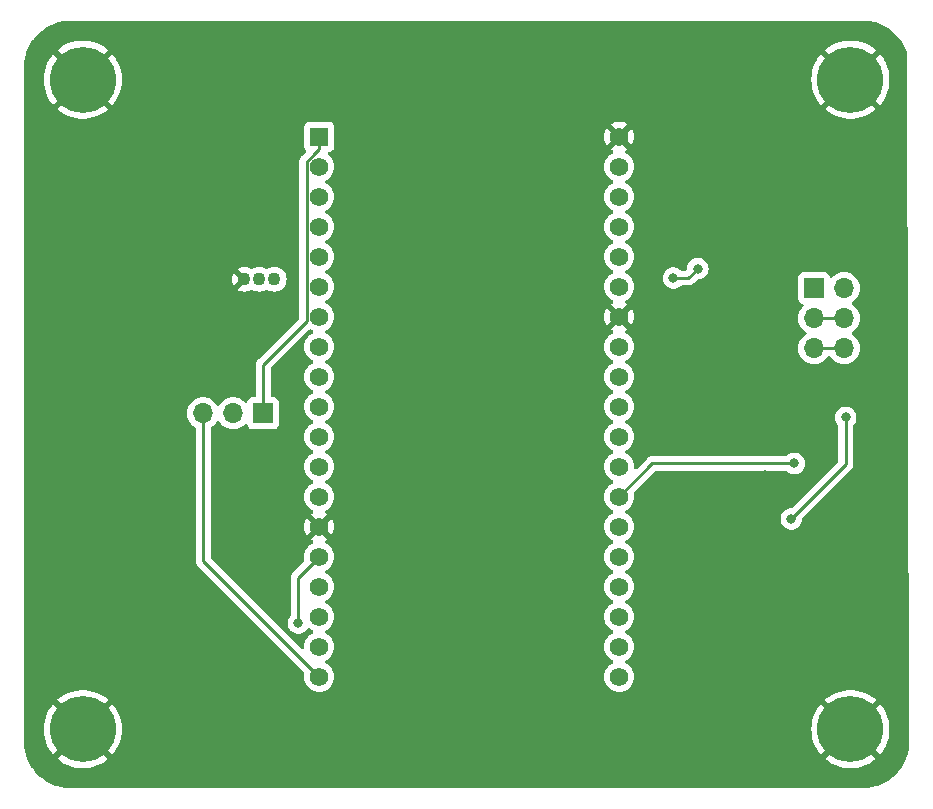
<source format=gbr>
%TF.GenerationSoftware,KiCad,Pcbnew,(7.0.0)*%
%TF.CreationDate,2023-06-14T15:09:39+02:00*%
%TF.ProjectId,PEE50_voltametrie,50454535-305f-4766-9f6c-74616d657472,rev?*%
%TF.SameCoordinates,Original*%
%TF.FileFunction,Copper,L2,Bot*%
%TF.FilePolarity,Positive*%
%FSLAX46Y46*%
G04 Gerber Fmt 4.6, Leading zero omitted, Abs format (unit mm)*
G04 Created by KiCad (PCBNEW (7.0.0)) date 2023-06-14 15:09:39*
%MOMM*%
%LPD*%
G01*
G04 APERTURE LIST*
%TA.AperFunction,ComponentPad*%
%ADD10C,5.600000*%
%TD*%
%TA.AperFunction,ComponentPad*%
%ADD11R,1.700000X1.700000*%
%TD*%
%TA.AperFunction,ComponentPad*%
%ADD12O,1.700000X1.700000*%
%TD*%
%TA.AperFunction,ComponentPad*%
%ADD13R,1.560000X1.560000*%
%TD*%
%TA.AperFunction,ComponentPad*%
%ADD14C,1.560000*%
%TD*%
%TA.AperFunction,ComponentPad*%
%ADD15C,1.100000*%
%TD*%
%TA.AperFunction,ViaPad*%
%ADD16C,0.800000*%
%TD*%
%TA.AperFunction,Conductor*%
%ADD17C,0.250000*%
%TD*%
G04 APERTURE END LIST*
D10*
%TO.P,H1,1,1*%
%TO.N,GND*%
X140000000Y-72000000D03*
%TD*%
D11*
%TO.P,J4,1,Pin_1*%
%TO.N,Ce*%
X201929999Y-89661999D03*
D12*
%TO.P,J4,2,Pin_2*%
X204469999Y-89661999D03*
%TO.P,J4,3,Pin_3*%
%TO.N,We*%
X201929999Y-92201999D03*
%TO.P,J4,4,Pin_4*%
X204469999Y-92201999D03*
%TO.P,J4,5,Pin_5*%
%TO.N,Re*%
X201929999Y-94741999D03*
%TO.P,J4,6,Pin_6*%
X204469999Y-94741999D03*
%TD*%
D10*
%TO.P,H4,1,1*%
%TO.N,GND*%
X205000000Y-127000000D03*
%TD*%
D11*
%TO.P,JP1,1,A*%
%TO.N,3.3V*%
X155274999Y-100249999D03*
D12*
%TO.P,JP1,2,C*%
%TO.N,Net-(J1-VDD)*%
X152734999Y-100249999D03*
%TO.P,JP1,3,B*%
%TO.N,5V*%
X150194999Y-100249999D03*
%TD*%
D13*
%TO.P,U1,J2-1,3V3*%
%TO.N,3.3V*%
X160019999Y-76834999D03*
D14*
%TO.P,U1,J2-2,EN*%
%TO.N,unconnected-(U1-EN-PadJ2-2)*%
X160020000Y-79375000D03*
%TO.P,U1,J2-3,SENSOR_VP*%
%TO.N,unconnected-(U1-SENSOR_VP-PadJ2-3)*%
X160020000Y-81915000D03*
%TO.P,U1,J2-4,SENSOR_VN*%
%TO.N,unconnected-(U1-SENSOR_VN-PadJ2-4)*%
X160020000Y-84455000D03*
%TO.P,U1,J2-5,IO34*%
%TO.N,unconnected-(U1-IO34-PadJ2-5)*%
X160020000Y-86995000D03*
%TO.P,U1,J2-6,IO35*%
%TO.N,unconnected-(U1-IO35-PadJ2-6)*%
X160020000Y-89535000D03*
%TO.P,U1,J2-7,IO32*%
%TO.N,temp*%
X160020000Y-92075000D03*
%TO.P,U1,J2-8,IO33*%
%TO.N,unconnected-(U1-IO33-PadJ2-8)*%
X160020000Y-94615000D03*
%TO.P,U1,J2-9,IO25*%
%TO.N,unconnected-(U1-IO25-PadJ2-9)*%
X160020000Y-97155000D03*
%TO.P,U1,J2-10,IO26*%
%TO.N,unconnected-(U1-IO26-PadJ2-10)*%
X160020000Y-99695000D03*
%TO.P,U1,J2-11,IO27*%
%TO.N,unconnected-(U1-IO27-PadJ2-11)*%
X160020000Y-102235000D03*
%TO.P,U1,J2-12,IO14*%
%TO.N,SCK2*%
X160020000Y-104775000D03*
%TO.P,U1,J2-13,IO12*%
%TO.N,MISO2*%
X160020000Y-107315000D03*
%TO.P,U1,J2-14,GND1*%
%TO.N,GND*%
X160020000Y-109855000D03*
%TO.P,U1,J2-15,IO13*%
%TO.N,MOSI2*%
X160020000Y-112395000D03*
%TO.P,U1,J2-16,SD2*%
%TO.N,unconnected-(U1-SD2-PadJ2-16)*%
X160020000Y-114935000D03*
%TO.P,U1,J2-17,SD3*%
%TO.N,unconnected-(U1-SD3-PadJ2-17)*%
X160020000Y-117475000D03*
%TO.P,U1,J2-18,CMD*%
%TO.N,unconnected-(U1-CMD-PadJ2-18)*%
X160020000Y-120015000D03*
%TO.P,U1,J2-19,EXT_5V*%
%TO.N,5V*%
X160020000Y-122555000D03*
%TO.P,U1,J3-1,GND3*%
%TO.N,GND*%
X185420000Y-76835000D03*
%TO.P,U1,J3-2,IO23*%
%TO.N,MOSI1*%
X185420000Y-79375000D03*
%TO.P,U1,J3-3,IO22*%
%TO.N,SCL1*%
X185420000Y-81915000D03*
%TO.P,U1,J3-4,TXD0*%
%TO.N,unconnected-(U1-TXD0-PadJ3-4)*%
X185420000Y-84455000D03*
%TO.P,U1,J3-5,RXD0*%
%TO.N,unconnected-(U1-RXD0-PadJ3-5)*%
X185420000Y-86995000D03*
%TO.P,U1,J3-6,IO21*%
%TO.N,SDA1*%
X185420000Y-89535000D03*
%TO.P,U1,J3-7,GND2*%
%TO.N,GND*%
X185420000Y-92075000D03*
%TO.P,U1,J3-8,IO19*%
%TO.N,unconnected-(U1-IO19-PadJ3-8)*%
X185420000Y-94615000D03*
%TO.P,U1,J3-9,IO18*%
%TO.N,SCK1*%
X185420000Y-97155000D03*
%TO.P,U1,J3-10,IO5*%
%TO.N,CS1*%
X185420000Y-99695000D03*
%TO.P,U1,J3-11,IO17*%
%TO.N,ENABLE*%
X185420000Y-102235000D03*
%TO.P,U1,J3-12,IO16*%
%TO.N,A0*%
X185420000Y-104775000D03*
%TO.P,U1,J3-13,IO4*%
%TO.N,A1*%
X185420000Y-107315000D03*
%TO.P,U1,J3-14,IO0*%
%TO.N,unconnected-(U1-IO0-PadJ3-14)*%
X185420000Y-109855000D03*
%TO.P,U1,J3-15,IO2*%
%TO.N,unconnected-(U1-IO2-PadJ3-15)*%
X185420000Y-112395000D03*
%TO.P,U1,J3-16,IO15*%
%TO.N,CS2*%
X185420000Y-114935000D03*
%TO.P,U1,J3-17,SD1*%
%TO.N,unconnected-(U1-SD1-PadJ3-17)*%
X185420000Y-117475000D03*
%TO.P,U1,J3-18,SD0*%
%TO.N,unconnected-(U1-SD0-PadJ3-18)*%
X185420000Y-120015000D03*
%TO.P,U1,J3-19,CLK*%
%TO.N,unconnected-(U1-CLK-PadJ3-19)*%
X185420000Y-122555000D03*
%TD*%
D10*
%TO.P,H3,1,1*%
%TO.N,GND*%
X140000000Y-127000000D03*
%TD*%
%TO.P,H2,1,1*%
%TO.N,GND*%
X205000000Y-72000000D03*
%TD*%
D15*
%TO.P,IC8,1,GND*%
%TO.N,GND*%
X153670000Y-88900000D03*
%TO.P,IC8,2,DQ*%
%TO.N,temp*%
X154940000Y-88900000D03*
%TO.P,IC8,3,VDD*%
%TO.N,4.5V*%
X156210000Y-88900000D03*
%TD*%
D16*
%TO.N,GND*%
X164980000Y-69040000D03*
X177680000Y-69040000D03*
X142120000Y-79200000D03*
X172600000Y-124920000D03*
X157360000Y-69040000D03*
X182760000Y-109680000D03*
X180220000Y-94440000D03*
X187840000Y-94440000D03*
X190380000Y-74120000D03*
X192920000Y-71580000D03*
X185300000Y-71580000D03*
X167520000Y-104600000D03*
X137040000Y-76660000D03*
X203080000Y-86820000D03*
X180220000Y-99520000D03*
X167520000Y-114760000D03*
X167520000Y-119840000D03*
X164980000Y-86820000D03*
X157360000Y-71580000D03*
X198000000Y-130000000D03*
X185300000Y-124920000D03*
X147200000Y-127460000D03*
X175140000Y-114760000D03*
X162440000Y-117300000D03*
X177680000Y-102060000D03*
X149740000Y-122380000D03*
X172600000Y-104600000D03*
X137040000Y-94440000D03*
X154820000Y-124920000D03*
X195460000Y-130000000D03*
X182760000Y-81740000D03*
X162440000Y-94440000D03*
X175140000Y-119840000D03*
X175140000Y-69040000D03*
X180220000Y-117300000D03*
X167520000Y-86820000D03*
X159900000Y-124920000D03*
X200540000Y-117300000D03*
X177680000Y-104600000D03*
X198000000Y-69040000D03*
X192920000Y-76660000D03*
X187840000Y-122380000D03*
X170060000Y-119840000D03*
X152280000Y-69040000D03*
X162440000Y-114760000D03*
X144660000Y-124920000D03*
X187840000Y-117300000D03*
X139580000Y-79200000D03*
X137040000Y-84280000D03*
X149740000Y-127460000D03*
X147200000Y-76660000D03*
X172600000Y-94440000D03*
X172600000Y-102060000D03*
X175140000Y-79200000D03*
X200540000Y-122380000D03*
X162440000Y-119840000D03*
X167520000Y-74120000D03*
X190380000Y-117300000D03*
X137040000Y-102060000D03*
X177680000Y-91900000D03*
X172600000Y-112220000D03*
X185300000Y-130000000D03*
X167520000Y-89360000D03*
X198000000Y-76660000D03*
X192920000Y-69040000D03*
X142500000Y-108750000D03*
X162440000Y-86820000D03*
X182760000Y-112220000D03*
X137040000Y-117300000D03*
X162440000Y-96980000D03*
X198000000Y-79200000D03*
X175140000Y-99520000D03*
X137040000Y-79200000D03*
X190380000Y-76660000D03*
X152280000Y-96980000D03*
X139250000Y-108750000D03*
X139580000Y-122380000D03*
X175140000Y-102060000D03*
X170060000Y-89360000D03*
X180220000Y-130000000D03*
X157360000Y-96980000D03*
X149740000Y-76660000D03*
X170060000Y-71580000D03*
X147200000Y-69040000D03*
X180220000Y-112220000D03*
X208250000Y-96000000D03*
X170060000Y-124920000D03*
X164980000Y-124920000D03*
X164980000Y-104600000D03*
X177680000Y-112220000D03*
X208160000Y-76660000D03*
X152280000Y-71580000D03*
X149740000Y-130000000D03*
X154820000Y-69040000D03*
X142120000Y-117300000D03*
X198000000Y-119840000D03*
X203080000Y-122380000D03*
X172600000Y-91900000D03*
X164980000Y-89360000D03*
X187840000Y-114760000D03*
X164980000Y-94440000D03*
X167520000Y-107140000D03*
X159900000Y-74120000D03*
X142120000Y-81740000D03*
X205620000Y-86820000D03*
X162440000Y-107140000D03*
X177680000Y-74120000D03*
X198000000Y-127460000D03*
X190380000Y-124920000D03*
X203080000Y-119840000D03*
X170060000Y-114760000D03*
X170060000Y-109680000D03*
X177680000Y-89360000D03*
X208160000Y-117300000D03*
X180220000Y-96980000D03*
X175140000Y-91900000D03*
X175140000Y-86820000D03*
X162440000Y-69040000D03*
X170060000Y-130000000D03*
X164980000Y-112220000D03*
X142120000Y-84280000D03*
X175140000Y-130000000D03*
X170060000Y-94440000D03*
X177680000Y-107140000D03*
X200540000Y-74120000D03*
X205620000Y-79200000D03*
X182760000Y-122380000D03*
X175140000Y-74120000D03*
X147200000Y-74120000D03*
X142120000Y-94440000D03*
X157360000Y-130000000D03*
X180220000Y-107140000D03*
X137040000Y-91900000D03*
X154820000Y-71580000D03*
X147200000Y-81740000D03*
X203080000Y-84280000D03*
X182760000Y-127460000D03*
X192920000Y-119840000D03*
X177680000Y-94440000D03*
X175140000Y-109680000D03*
X164980000Y-74120000D03*
X167520000Y-81740000D03*
X147200000Y-99520000D03*
X144660000Y-76660000D03*
X159900000Y-127460000D03*
X177680000Y-124920000D03*
X170060000Y-107140000D03*
X198000000Y-94250000D03*
X182760000Y-71580000D03*
X147200000Y-124920000D03*
X144660000Y-130000000D03*
X172600000Y-130000000D03*
X180220000Y-109680000D03*
X167520000Y-127460000D03*
X182760000Y-117300000D03*
X172600000Y-69040000D03*
X180220000Y-91900000D03*
X149740000Y-117300000D03*
X180220000Y-74120000D03*
X192920000Y-130000000D03*
X144660000Y-119840000D03*
X177680000Y-86820000D03*
X182760000Y-114760000D03*
X170060000Y-104600000D03*
X172600000Y-81740000D03*
X164980000Y-107140000D03*
X167520000Y-122380000D03*
X205620000Y-76660000D03*
X154820000Y-86820000D03*
X144660000Y-117300000D03*
X144660000Y-96980000D03*
X198000000Y-117300000D03*
X175140000Y-124920000D03*
X154820000Y-122380000D03*
X203080000Y-81740000D03*
X172600000Y-96980000D03*
X142120000Y-99520000D03*
X198000000Y-124920000D03*
X180220000Y-71580000D03*
X142120000Y-122380000D03*
X208160000Y-84280000D03*
X139580000Y-76660000D03*
X203080000Y-117300000D03*
X159900000Y-71580000D03*
X137040000Y-69040000D03*
X187840000Y-130000000D03*
X142120000Y-86820000D03*
X154820000Y-74120000D03*
X177680000Y-99520000D03*
X149740000Y-119840000D03*
X170060000Y-74120000D03*
X185300000Y-74120000D03*
X195460000Y-76660000D03*
X200540000Y-79200000D03*
X180220000Y-124920000D03*
X177680000Y-109680000D03*
X157360000Y-127460000D03*
X172600000Y-107140000D03*
X167520000Y-130000000D03*
X175140000Y-94440000D03*
X187840000Y-119840000D03*
X149740000Y-79200000D03*
X200540000Y-71580000D03*
X180220000Y-69040000D03*
X180220000Y-122380000D03*
X180220000Y-102060000D03*
X192920000Y-117300000D03*
X162440000Y-104600000D03*
X177680000Y-71580000D03*
X170060000Y-81740000D03*
X202250000Y-103000000D03*
X137040000Y-130000000D03*
X200540000Y-124920000D03*
X170060000Y-127460000D03*
X172600000Y-99520000D03*
X167520000Y-94440000D03*
X152280000Y-122380000D03*
X197750000Y-105500000D03*
X208160000Y-81740000D03*
X164980000Y-79200000D03*
X139580000Y-99520000D03*
X177680000Y-122380000D03*
X195460000Y-69040000D03*
X205620000Y-84280000D03*
X164980000Y-109680000D03*
X172600000Y-89360000D03*
X172600000Y-71580000D03*
X180220000Y-127460000D03*
X208160000Y-130000000D03*
X152280000Y-76660000D03*
X195460000Y-74120000D03*
X177680000Y-119840000D03*
X208250000Y-108750000D03*
X164980000Y-71580000D03*
X182760000Y-84280000D03*
X185300000Y-69040000D03*
X142120000Y-104600000D03*
X162440000Y-127460000D03*
X190380000Y-130000000D03*
X172600000Y-122380000D03*
X167520000Y-79200000D03*
X164980000Y-122380000D03*
X190380000Y-127460000D03*
X175140000Y-96980000D03*
X195460000Y-117300000D03*
X180220000Y-81740000D03*
X144660000Y-99520000D03*
X175140000Y-71580000D03*
X172600000Y-79200000D03*
X200540000Y-76660000D03*
X162440000Y-130000000D03*
X170060000Y-96980000D03*
X162440000Y-124920000D03*
X162440000Y-102060000D03*
X172600000Y-109680000D03*
X147200000Y-79200000D03*
X170060000Y-117300000D03*
X189750000Y-109250000D03*
X208160000Y-79200000D03*
X170060000Y-112220000D03*
X154820000Y-127460000D03*
X142120000Y-96980000D03*
X149740000Y-91900000D03*
X164980000Y-130000000D03*
X205620000Y-117300000D03*
X170060000Y-69040000D03*
X208160000Y-86820000D03*
X164980000Y-81740000D03*
X200540000Y-127460000D03*
X190380000Y-122380000D03*
X157360000Y-124920000D03*
X154820000Y-119840000D03*
X164980000Y-91900000D03*
X203080000Y-79200000D03*
X164980000Y-96980000D03*
X137040000Y-112220000D03*
X182760000Y-124920000D03*
X180220000Y-104600000D03*
X170060000Y-86820000D03*
X175140000Y-127460000D03*
X195000000Y-103000000D03*
X205620000Y-119840000D03*
X187840000Y-107140000D03*
X180220000Y-79200000D03*
X187840000Y-69040000D03*
X149740000Y-124920000D03*
X170060000Y-122380000D03*
X149740000Y-86820000D03*
X144660000Y-69040000D03*
X147200000Y-89360000D03*
X164980000Y-117300000D03*
X175140000Y-89360000D03*
X175140000Y-81740000D03*
X180220000Y-114760000D03*
X208160000Y-114760000D03*
X172600000Y-86820000D03*
X164980000Y-127460000D03*
X182760000Y-69040000D03*
X198000000Y-74120000D03*
X152280000Y-94440000D03*
X144660000Y-84280000D03*
X144660000Y-94440000D03*
X180220000Y-119840000D03*
X152280000Y-130000000D03*
X144660000Y-79200000D03*
X195460000Y-119840000D03*
X208160000Y-69040000D03*
X162440000Y-74120000D03*
X144660000Y-81740000D03*
X198000000Y-122380000D03*
X175140000Y-104600000D03*
X208160000Y-119840000D03*
X147200000Y-130000000D03*
X195460000Y-71580000D03*
X177680000Y-114760000D03*
X149740000Y-89360000D03*
X195460000Y-79200000D03*
X167520000Y-99520000D03*
X187840000Y-127460000D03*
X162440000Y-71580000D03*
X195460000Y-124920000D03*
X182760000Y-79200000D03*
X190380000Y-91900000D03*
X157360000Y-122380000D03*
X167520000Y-112220000D03*
X142120000Y-119840000D03*
X195460000Y-127460000D03*
X137040000Y-96980000D03*
X164980000Y-119840000D03*
X152280000Y-91900000D03*
X177680000Y-127460000D03*
X164980000Y-102060000D03*
X149740000Y-71580000D03*
X177680000Y-130000000D03*
X167520000Y-124920000D03*
X190380000Y-119840000D03*
X144660000Y-71580000D03*
X187840000Y-91900000D03*
X142120000Y-76660000D03*
X167520000Y-96980000D03*
X192920000Y-74120000D03*
X167520000Y-117300000D03*
X200540000Y-130000000D03*
X139580000Y-84280000D03*
X200540000Y-119840000D03*
X147200000Y-122380000D03*
X157360000Y-74120000D03*
X137040000Y-99520000D03*
X187840000Y-124920000D03*
X187840000Y-74120000D03*
X137040000Y-114760000D03*
X149740000Y-74120000D03*
X147200000Y-96980000D03*
X175140000Y-122380000D03*
X192920000Y-124920000D03*
X159900000Y-69040000D03*
X159900000Y-130000000D03*
X167520000Y-102060000D03*
X162440000Y-122380000D03*
X170060000Y-79200000D03*
X177680000Y-79200000D03*
X190380000Y-69040000D03*
X162440000Y-112220000D03*
X192920000Y-122380000D03*
X200540000Y-69040000D03*
X172600000Y-74120000D03*
X164980000Y-99520000D03*
X205620000Y-81740000D03*
X157360000Y-99520000D03*
X198000000Y-91900000D03*
X149740000Y-69040000D03*
X198000000Y-89360000D03*
X195460000Y-122380000D03*
X208160000Y-122380000D03*
X182760000Y-130000000D03*
X152280000Y-124920000D03*
X154820000Y-130000000D03*
X144660000Y-122380000D03*
X137040000Y-81740000D03*
X137040000Y-122380000D03*
X167520000Y-109680000D03*
X175140000Y-112220000D03*
X190380000Y-71580000D03*
X205620000Y-122380000D03*
X192920000Y-79200000D03*
X172600000Y-127460000D03*
X154820000Y-81740000D03*
X139580000Y-117300000D03*
X162440000Y-79200000D03*
X198000000Y-71580000D03*
X152280000Y-86820000D03*
X147200000Y-71580000D03*
X175140000Y-107140000D03*
X205620000Y-96980000D03*
X175140000Y-117300000D03*
X192920000Y-127460000D03*
X182760000Y-74120000D03*
X177680000Y-96980000D03*
X172600000Y-119840000D03*
X164980000Y-114760000D03*
X152280000Y-117300000D03*
X170060000Y-91900000D03*
X177680000Y-81740000D03*
X137040000Y-89360000D03*
X187840000Y-71580000D03*
X172600000Y-117300000D03*
X177680000Y-117300000D03*
X185300000Y-127460000D03*
X152280000Y-74120000D03*
X152280000Y-84280000D03*
X144660000Y-127460000D03*
X154820000Y-94440000D03*
X182760000Y-119840000D03*
X162440000Y-91900000D03*
X152280000Y-127460000D03*
X162440000Y-89360000D03*
X170060000Y-102060000D03*
X180220000Y-89360000D03*
X162440000Y-99520000D03*
X170060000Y-99520000D03*
X137040000Y-86820000D03*
X162440000Y-81740000D03*
X144660000Y-74120000D03*
X147200000Y-117300000D03*
X162440000Y-109680000D03*
X167520000Y-71580000D03*
X203080000Y-76660000D03*
X139580000Y-81740000D03*
X167520000Y-91900000D03*
X167520000Y-69040000D03*
X172600000Y-114760000D03*
X193500000Y-82250000D03*
%TO.N,4.5V*%
X192075000Y-88001700D03*
X190000000Y-88800000D03*
%TO.N,MVout*%
X204600000Y-100600000D03*
X199983000Y-109194000D03*
%TO.N,A1*%
X200250000Y-104500000D03*
%TO.N,MOSI2*%
X158243500Y-118006500D03*
%TD*%
D17*
%TO.N,5V*%
X150195000Y-112730000D02*
X150195000Y-100250000D01*
X160020000Y-122555000D02*
X150195000Y-112730000D01*
%TO.N,3.3V*%
X158963000Y-78940004D02*
X158963000Y-92480000D01*
X159591900Y-78320000D02*
X159583004Y-78320000D01*
X160020000Y-76835000D02*
X160020000Y-77891900D01*
X160020000Y-77891900D02*
X159591900Y-78320000D01*
X158963000Y-92480000D02*
X155275000Y-96168000D01*
X155275000Y-96168000D02*
X155275000Y-100250000D01*
X159583004Y-78320000D02*
X158963000Y-78940004D01*
%TO.N,4.5V*%
X191276000Y-88800000D02*
X190000000Y-88800000D01*
X192075000Y-88001700D02*
X191276000Y-88800000D01*
%TO.N,We*%
X201930000Y-92202000D02*
X204470000Y-92202000D01*
%TO.N,MVout*%
X204600000Y-104577000D02*
X199983000Y-109194000D01*
X204600000Y-100600000D02*
X204600000Y-104577000D01*
%TO.N,A1*%
X200250000Y-104500000D02*
X188235000Y-104500000D01*
X188235000Y-104500000D02*
X185420000Y-107315000D01*
%TO.N,MOSI2*%
X158243500Y-114171500D02*
X158243500Y-118006500D01*
X160020000Y-112395000D02*
X158243500Y-114171500D01*
%TO.N,Re*%
X201930000Y-94742000D02*
X204470000Y-94742000D01*
%TD*%
%TA.AperFunction,Conductor*%
%TO.N,GND*%
G36*
X206002854Y-67000632D02*
G01*
X206018811Y-67001369D01*
X206173088Y-67008502D01*
X206369795Y-67018166D01*
X206380787Y-67019201D01*
X206562876Y-67044601D01*
X206563781Y-67044732D01*
X206747261Y-67071949D01*
X206757413Y-67073892D01*
X206938614Y-67116510D01*
X206940023Y-67116852D01*
X207117874Y-67161401D01*
X207127091Y-67164096D01*
X207304478Y-67223550D01*
X207306618Y-67224292D01*
X207478220Y-67285692D01*
X207486519Y-67289004D01*
X207657980Y-67364712D01*
X207660909Y-67366051D01*
X207747263Y-67406892D01*
X207825119Y-67443715D01*
X207832411Y-67447465D01*
X207929135Y-67501341D01*
X207996435Y-67538827D01*
X207999810Y-67540777D01*
X208155371Y-67634017D01*
X208161670Y-67638058D01*
X208316699Y-67744256D01*
X208320459Y-67746935D01*
X208466009Y-67854882D01*
X208471305Y-67859040D01*
X208616009Y-67979200D01*
X208619947Y-67982617D01*
X208754206Y-68104303D01*
X208758590Y-68108478D01*
X208891520Y-68241408D01*
X208895698Y-68245795D01*
X209017375Y-68380045D01*
X209020805Y-68383998D01*
X209140951Y-68528684D01*
X209145124Y-68534000D01*
X209253041Y-68679509D01*
X209255742Y-68683299D01*
X209361940Y-68838328D01*
X209365999Y-68844656D01*
X209459200Y-69000153D01*
X209461171Y-69003563D01*
X209552525Y-69167573D01*
X209556291Y-69174895D01*
X209633963Y-69339119D01*
X209635276Y-69341991D01*
X209710986Y-69513457D01*
X209714303Y-69521769D01*
X209754737Y-69634775D01*
X209761984Y-69676081D01*
X209983341Y-128335549D01*
X209983193Y-128342101D01*
X209981834Y-128369767D01*
X209980794Y-128380815D01*
X209955410Y-128562780D01*
X209955257Y-128563842D01*
X209928053Y-128747240D01*
X209926101Y-128757436D01*
X209883526Y-128938455D01*
X209883104Y-128940195D01*
X209838606Y-129117841D01*
X209835894Y-129127117D01*
X209776487Y-129304364D01*
X209775666Y-129306733D01*
X209714311Y-129478207D01*
X209710994Y-129486519D01*
X209635286Y-129657980D01*
X209633947Y-129660909D01*
X209556291Y-129825102D01*
X209552525Y-129832425D01*
X209461171Y-129996435D01*
X209459200Y-129999845D01*
X209365999Y-130155342D01*
X209361940Y-130161670D01*
X209255742Y-130316699D01*
X209253041Y-130320489D01*
X209145135Y-130465984D01*
X209140935Y-130471334D01*
X209020851Y-130615947D01*
X209017331Y-130620004D01*
X208895717Y-130754183D01*
X208891520Y-130758590D01*
X208758590Y-130891520D01*
X208754183Y-130895717D01*
X208620004Y-131017331D01*
X208615947Y-131020851D01*
X208471334Y-131140935D01*
X208465984Y-131145135D01*
X208320489Y-131253041D01*
X208316699Y-131255742D01*
X208161670Y-131361940D01*
X208155342Y-131365999D01*
X207999845Y-131459200D01*
X207996435Y-131461171D01*
X207832425Y-131552525D01*
X207825102Y-131556291D01*
X207660909Y-131633947D01*
X207657980Y-131635286D01*
X207486519Y-131710994D01*
X207478207Y-131714311D01*
X207306733Y-131775666D01*
X207304364Y-131776487D01*
X207127117Y-131835894D01*
X207117841Y-131838606D01*
X206940195Y-131883104D01*
X206938455Y-131883526D01*
X206757436Y-131926101D01*
X206747240Y-131928053D01*
X206563842Y-131955257D01*
X206562780Y-131955410D01*
X206380814Y-131980794D01*
X206369766Y-131981834D01*
X206172931Y-131991503D01*
X206172575Y-131991520D01*
X206007393Y-131999158D01*
X206002854Y-131999368D01*
X205997128Y-131999500D01*
X139002872Y-131999500D01*
X138997145Y-131999368D01*
X138992305Y-131999144D01*
X138827423Y-131991520D01*
X138827067Y-131991503D01*
X138630232Y-131981834D01*
X138619184Y-131980794D01*
X138437218Y-131955410D01*
X138436156Y-131955257D01*
X138252758Y-131928053D01*
X138242562Y-131926101D01*
X138061543Y-131883526D01*
X138059803Y-131883104D01*
X137882157Y-131838606D01*
X137872881Y-131835894D01*
X137695634Y-131776487D01*
X137693265Y-131775666D01*
X137521791Y-131714311D01*
X137513479Y-131710994D01*
X137342018Y-131635286D01*
X137339089Y-131633947D01*
X137174896Y-131556291D01*
X137167573Y-131552525D01*
X137003563Y-131461171D01*
X137000153Y-131459200D01*
X136980648Y-131447509D01*
X136844645Y-131365992D01*
X136838328Y-131361940D01*
X136683299Y-131255742D01*
X136679509Y-131253041D01*
X136534000Y-131145124D01*
X136528684Y-131140951D01*
X136383998Y-131020805D01*
X136380045Y-131017375D01*
X136245795Y-130895698D01*
X136241408Y-130891520D01*
X136108478Y-130758590D01*
X136104303Y-130754206D01*
X135982617Y-130619947D01*
X135979200Y-130616009D01*
X135859040Y-130471305D01*
X135854882Y-130466009D01*
X135746935Y-130320459D01*
X135744256Y-130316699D01*
X135638058Y-130161670D01*
X135634017Y-130155371D01*
X135540777Y-129999810D01*
X135538827Y-129996435D01*
X135512261Y-129948740D01*
X135447465Y-129832411D01*
X135443715Y-129825119D01*
X135400316Y-129733357D01*
X135366051Y-129660909D01*
X135364712Y-129657980D01*
X135297706Y-129506226D01*
X137852329Y-129506226D01*
X137859159Y-129517462D01*
X137863157Y-129520858D01*
X138142694Y-129733357D01*
X138148240Y-129737117D01*
X138449099Y-129918137D01*
X138455038Y-129921285D01*
X138773695Y-130068712D01*
X138779937Y-130071199D01*
X139112684Y-130183315D01*
X139119129Y-130185104D01*
X139462053Y-130260588D01*
X139468677Y-130261674D01*
X139817740Y-130299636D01*
X139824437Y-130300000D01*
X140175563Y-130300000D01*
X140182259Y-130299636D01*
X140531322Y-130261674D01*
X140537946Y-130260588D01*
X140880870Y-130185104D01*
X140887315Y-130183315D01*
X141220062Y-130071199D01*
X141226304Y-130068712D01*
X141544961Y-129921285D01*
X141550900Y-129918137D01*
X141851759Y-129737117D01*
X141857305Y-129733357D01*
X142136846Y-129520856D01*
X142140841Y-129517462D01*
X142147669Y-129506228D01*
X142147668Y-129506226D01*
X202852329Y-129506226D01*
X202859159Y-129517462D01*
X202863157Y-129520858D01*
X203142694Y-129733357D01*
X203148240Y-129737117D01*
X203449099Y-129918137D01*
X203455038Y-129921285D01*
X203773695Y-130068712D01*
X203779937Y-130071199D01*
X204112684Y-130183315D01*
X204119129Y-130185104D01*
X204462053Y-130260588D01*
X204468677Y-130261674D01*
X204817740Y-130299636D01*
X204824437Y-130300000D01*
X205175563Y-130300000D01*
X205182259Y-130299636D01*
X205531322Y-130261674D01*
X205537946Y-130260588D01*
X205880870Y-130185104D01*
X205887315Y-130183315D01*
X206220062Y-130071199D01*
X206226304Y-130068712D01*
X206544961Y-129921285D01*
X206550900Y-129918137D01*
X206851759Y-129737117D01*
X206857305Y-129733357D01*
X207136846Y-129520856D01*
X207140841Y-129517462D01*
X207147669Y-129506228D01*
X207140996Y-129494549D01*
X205011542Y-127365095D01*
X205000000Y-127358431D01*
X204988457Y-127365095D01*
X202859000Y-129494551D01*
X202852329Y-129506226D01*
X142147668Y-129506226D01*
X142140996Y-129494549D01*
X140011542Y-127365095D01*
X140000000Y-127358431D01*
X139988457Y-127365095D01*
X137859000Y-129494551D01*
X137852329Y-129506226D01*
X135297706Y-129506226D01*
X135289004Y-129486519D01*
X135285692Y-129478220D01*
X135224292Y-129306618D01*
X135223550Y-129304478D01*
X135164096Y-129127091D01*
X135161401Y-129117874D01*
X135116852Y-128940023D01*
X135116510Y-128938614D01*
X135073892Y-128757413D01*
X135071949Y-128747261D01*
X135044732Y-128563781D01*
X135044588Y-128562780D01*
X135019201Y-128380787D01*
X135018166Y-128369795D01*
X135008480Y-128172611D01*
X135000632Y-128002854D01*
X135000500Y-127997128D01*
X135000500Y-127003357D01*
X136695335Y-127003357D01*
X136714343Y-127353958D01*
X136715069Y-127360630D01*
X136771874Y-127707130D01*
X136773317Y-127713684D01*
X136867251Y-128052001D01*
X136869396Y-128058368D01*
X136999360Y-128384552D01*
X137002169Y-128390626D01*
X137166649Y-128700868D01*
X137170102Y-128706606D01*
X137367147Y-128997225D01*
X137371207Y-129002566D01*
X137485320Y-129136910D01*
X137496664Y-129144527D01*
X137508590Y-129137855D01*
X139634904Y-127011542D01*
X139641568Y-127000000D01*
X140358431Y-127000000D01*
X140365095Y-127011542D01*
X142491409Y-129137856D01*
X142503334Y-129144527D01*
X142514679Y-129136910D01*
X142628792Y-129002566D01*
X142632852Y-128997225D01*
X142829897Y-128706606D01*
X142833350Y-128700868D01*
X142997830Y-128390626D01*
X143000639Y-128384552D01*
X143130603Y-128058368D01*
X143132748Y-128052001D01*
X143226682Y-127713684D01*
X143228125Y-127707130D01*
X143284930Y-127360630D01*
X143285656Y-127353958D01*
X143304665Y-127003357D01*
X201695335Y-127003357D01*
X201714343Y-127353958D01*
X201715069Y-127360630D01*
X201771874Y-127707130D01*
X201773317Y-127713684D01*
X201867251Y-128052001D01*
X201869396Y-128058368D01*
X201999360Y-128384552D01*
X202002169Y-128390626D01*
X202166649Y-128700868D01*
X202170102Y-128706606D01*
X202367147Y-128997225D01*
X202371207Y-129002566D01*
X202485320Y-129136910D01*
X202496664Y-129144527D01*
X202508590Y-129137855D01*
X204634904Y-127011542D01*
X204641568Y-127000000D01*
X205358431Y-127000000D01*
X205365095Y-127011542D01*
X207491409Y-129137856D01*
X207503334Y-129144527D01*
X207514679Y-129136910D01*
X207628792Y-129002566D01*
X207632852Y-128997225D01*
X207829897Y-128706606D01*
X207833350Y-128700868D01*
X207997830Y-128390626D01*
X208000639Y-128384552D01*
X208130603Y-128058368D01*
X208132748Y-128052001D01*
X208226682Y-127713684D01*
X208228125Y-127707130D01*
X208284930Y-127360630D01*
X208285656Y-127353958D01*
X208304665Y-127003357D01*
X208304665Y-126996643D01*
X208285656Y-126646041D01*
X208284930Y-126639369D01*
X208228125Y-126292869D01*
X208226682Y-126286315D01*
X208132748Y-125947998D01*
X208130603Y-125941631D01*
X208000639Y-125615447D01*
X207997830Y-125609373D01*
X207833350Y-125299131D01*
X207829897Y-125293393D01*
X207632852Y-125002774D01*
X207628792Y-124997433D01*
X207514678Y-124863088D01*
X207503334Y-124855471D01*
X207491408Y-124862143D01*
X205365095Y-126988457D01*
X205358431Y-127000000D01*
X204641568Y-127000000D01*
X204634904Y-126988457D01*
X202508590Y-124862143D01*
X202496664Y-124855471D01*
X202485320Y-124863088D01*
X202371207Y-124997433D01*
X202367147Y-125002774D01*
X202170102Y-125293393D01*
X202166649Y-125299131D01*
X202002169Y-125609373D01*
X201999360Y-125615447D01*
X201869396Y-125941631D01*
X201867251Y-125947998D01*
X201773317Y-126286315D01*
X201771874Y-126292869D01*
X201715069Y-126639369D01*
X201714343Y-126646041D01*
X201695335Y-126996643D01*
X201695335Y-127003357D01*
X143304665Y-127003357D01*
X143304665Y-126996643D01*
X143285656Y-126646041D01*
X143284930Y-126639369D01*
X143228125Y-126292869D01*
X143226682Y-126286315D01*
X143132748Y-125947998D01*
X143130603Y-125941631D01*
X143000639Y-125615447D01*
X142997830Y-125609373D01*
X142833350Y-125299131D01*
X142829897Y-125293393D01*
X142632852Y-125002774D01*
X142628792Y-124997433D01*
X142514678Y-124863088D01*
X142503334Y-124855471D01*
X142491408Y-124862143D01*
X140365095Y-126988457D01*
X140358431Y-127000000D01*
X139641568Y-127000000D01*
X139634904Y-126988457D01*
X137508590Y-124862143D01*
X137496664Y-124855471D01*
X137485320Y-124863088D01*
X137371207Y-124997433D01*
X137367147Y-125002774D01*
X137170102Y-125293393D01*
X137166649Y-125299131D01*
X137002169Y-125609373D01*
X136999360Y-125615447D01*
X136869396Y-125941631D01*
X136867251Y-125947998D01*
X136773317Y-126286315D01*
X136771874Y-126292869D01*
X136715069Y-126639369D01*
X136714343Y-126646041D01*
X136695335Y-126996643D01*
X136695335Y-127003357D01*
X135000500Y-127003357D01*
X135000500Y-124493771D01*
X137852329Y-124493771D01*
X137859001Y-124505448D01*
X139988457Y-126634904D01*
X140000000Y-126641568D01*
X140011542Y-126634904D01*
X142140998Y-124505447D01*
X142147669Y-124493772D01*
X142147668Y-124493771D01*
X202852329Y-124493771D01*
X202859001Y-124505448D01*
X204988457Y-126634904D01*
X205000000Y-126641568D01*
X205011542Y-126634904D01*
X207140998Y-124505447D01*
X207147669Y-124493772D01*
X207140839Y-124482536D01*
X207136842Y-124479141D01*
X206857305Y-124266642D01*
X206851759Y-124262882D01*
X206550900Y-124081862D01*
X206544961Y-124078714D01*
X206226304Y-123931287D01*
X206220062Y-123928800D01*
X205887315Y-123816684D01*
X205880870Y-123814895D01*
X205537946Y-123739411D01*
X205531322Y-123738325D01*
X205182259Y-123700363D01*
X205175563Y-123700000D01*
X204824437Y-123700000D01*
X204817740Y-123700363D01*
X204468677Y-123738325D01*
X204462053Y-123739411D01*
X204119129Y-123814895D01*
X204112684Y-123816684D01*
X203779937Y-123928800D01*
X203773695Y-123931287D01*
X203455038Y-124078714D01*
X203449099Y-124081862D01*
X203148240Y-124262882D01*
X203142694Y-124266642D01*
X202863149Y-124479146D01*
X202859159Y-124482536D01*
X202852329Y-124493771D01*
X142147668Y-124493771D01*
X142140839Y-124482536D01*
X142136842Y-124479141D01*
X141857305Y-124266642D01*
X141851759Y-124262882D01*
X141550900Y-124081862D01*
X141544961Y-124078714D01*
X141226304Y-123931287D01*
X141220062Y-123928800D01*
X140887315Y-123816684D01*
X140880870Y-123814895D01*
X140537946Y-123739411D01*
X140531322Y-123738325D01*
X140182259Y-123700363D01*
X140175563Y-123700000D01*
X139824437Y-123700000D01*
X139817740Y-123700363D01*
X139468677Y-123738325D01*
X139462053Y-123739411D01*
X139119129Y-123814895D01*
X139112684Y-123816684D01*
X138779937Y-123928800D01*
X138773695Y-123931287D01*
X138455038Y-124078714D01*
X138449099Y-124081862D01*
X138148240Y-124262882D01*
X138142694Y-124266642D01*
X137863149Y-124479146D01*
X137859159Y-124482536D01*
X137852329Y-124493771D01*
X135000500Y-124493771D01*
X135000500Y-100250000D01*
X148839341Y-100250000D01*
X148839813Y-100255395D01*
X148847013Y-100337696D01*
X148859937Y-100485408D01*
X148861336Y-100490630D01*
X148861337Y-100490634D01*
X148919694Y-100708430D01*
X148919697Y-100708438D01*
X148921097Y-100713663D01*
X148923385Y-100718570D01*
X148923386Y-100718572D01*
X149018678Y-100922927D01*
X149018681Y-100922933D01*
X149020965Y-100927830D01*
X149024064Y-100932257D01*
X149024066Y-100932259D01*
X149153399Y-101116966D01*
X149153402Y-101116970D01*
X149156505Y-101121401D01*
X149323599Y-101288495D01*
X149328031Y-101291598D01*
X149328033Y-101291600D01*
X149516624Y-101423653D01*
X149555489Y-101467971D01*
X149569500Y-101525228D01*
X149569500Y-112652225D01*
X149568978Y-112663280D01*
X149567327Y-112670667D01*
X149567571Y-112678453D01*
X149567571Y-112678461D01*
X149569439Y-112737873D01*
X149569500Y-112741768D01*
X149569500Y-112769350D01*
X149569988Y-112773219D01*
X149569989Y-112773225D01*
X149570004Y-112773343D01*
X149570918Y-112784966D01*
X149572045Y-112820830D01*
X149572046Y-112820837D01*
X149572291Y-112828627D01*
X149574467Y-112836119D01*
X149574468Y-112836121D01*
X149577879Y-112847862D01*
X149581825Y-112866915D01*
X149584336Y-112886792D01*
X149587206Y-112894042D01*
X149587208Y-112894048D01*
X149600414Y-112927404D01*
X149604197Y-112938451D01*
X149616382Y-112980390D01*
X149620353Y-112987105D01*
X149620354Y-112987107D01*
X149626581Y-112997637D01*
X149635136Y-113015099D01*
X149639642Y-113026480D01*
X149639643Y-113026483D01*
X149642514Y-113033732D01*
X149664440Y-113063912D01*
X149668181Y-113069060D01*
X149674593Y-113078822D01*
X149692856Y-113109702D01*
X149692859Y-113109707D01*
X149696830Y-113116420D01*
X149702345Y-113121935D01*
X149710990Y-113130580D01*
X149723626Y-113145374D01*
X149730819Y-113155275D01*
X149730823Y-113155279D01*
X149735406Y-113161587D01*
X149741415Y-113166558D01*
X149741416Y-113166559D01*
X149769058Y-113189426D01*
X149777699Y-113197289D01*
X158736917Y-122156508D01*
X158769011Y-122212095D01*
X158769011Y-122276282D01*
X158754137Y-122331794D01*
X158753665Y-122337179D01*
X158753665Y-122337184D01*
X158735081Y-122549605D01*
X158734609Y-122555000D01*
X158735081Y-122560395D01*
X158753664Y-122772807D01*
X158753665Y-122772814D01*
X158754137Y-122778206D01*
X158755536Y-122783427D01*
X158755538Y-122783438D01*
X158810727Y-122989402D01*
X158812128Y-122994630D01*
X158814412Y-122999529D01*
X158814415Y-122999536D01*
X158900668Y-123184505D01*
X158906819Y-123197696D01*
X159035333Y-123381233D01*
X159193767Y-123539667D01*
X159377304Y-123668181D01*
X159580370Y-123762872D01*
X159741309Y-123805995D01*
X159791561Y-123819461D01*
X159791563Y-123819461D01*
X159796794Y-123820863D01*
X160020000Y-123840391D01*
X160243206Y-123820863D01*
X160459630Y-123762872D01*
X160662696Y-123668181D01*
X160846233Y-123539667D01*
X161004667Y-123381233D01*
X161133181Y-123197696D01*
X161227872Y-122994630D01*
X161285863Y-122778206D01*
X161305391Y-122555000D01*
X184134609Y-122555000D01*
X184135081Y-122560395D01*
X184153664Y-122772807D01*
X184153665Y-122772814D01*
X184154137Y-122778206D01*
X184155536Y-122783427D01*
X184155538Y-122783438D01*
X184210727Y-122989402D01*
X184212128Y-122994630D01*
X184214412Y-122999529D01*
X184214415Y-122999536D01*
X184300668Y-123184505D01*
X184306819Y-123197696D01*
X184435333Y-123381233D01*
X184593767Y-123539667D01*
X184777304Y-123668181D01*
X184980370Y-123762872D01*
X185141309Y-123805995D01*
X185191561Y-123819461D01*
X185191563Y-123819461D01*
X185196794Y-123820863D01*
X185420000Y-123840391D01*
X185643206Y-123820863D01*
X185859630Y-123762872D01*
X186062696Y-123668181D01*
X186246233Y-123539667D01*
X186404667Y-123381233D01*
X186533181Y-123197696D01*
X186627872Y-122994630D01*
X186685863Y-122778206D01*
X186705391Y-122555000D01*
X186685863Y-122331794D01*
X186627872Y-122115370D01*
X186533181Y-121912305D01*
X186404667Y-121728767D01*
X186246233Y-121570333D01*
X186062696Y-121441819D01*
X186057790Y-121439531D01*
X186057781Y-121439526D01*
X185967401Y-121397382D01*
X185915225Y-121351625D01*
X185895805Y-121285000D01*
X185915225Y-121218375D01*
X185967401Y-121172618D01*
X186057781Y-121130473D01*
X186057781Y-121130472D01*
X186062696Y-121128181D01*
X186246233Y-120999667D01*
X186404667Y-120841233D01*
X186533181Y-120657696D01*
X186627872Y-120454630D01*
X186685863Y-120238206D01*
X186705391Y-120015000D01*
X186685863Y-119791794D01*
X186627872Y-119575370D01*
X186533181Y-119372305D01*
X186404667Y-119188767D01*
X186246233Y-119030333D01*
X186180134Y-118984050D01*
X186067135Y-118904927D01*
X186067133Y-118904925D01*
X186062696Y-118901819D01*
X186057790Y-118899531D01*
X186057781Y-118899526D01*
X185967401Y-118857382D01*
X185915225Y-118811625D01*
X185895805Y-118745000D01*
X185915225Y-118678375D01*
X185967401Y-118632618D01*
X186057781Y-118590473D01*
X186057781Y-118590472D01*
X186062696Y-118588181D01*
X186246233Y-118459667D01*
X186404667Y-118301233D01*
X186533181Y-118117696D01*
X186627872Y-117914630D01*
X186685863Y-117698206D01*
X186705391Y-117475000D01*
X186685863Y-117251794D01*
X186627872Y-117035370D01*
X186533181Y-116832305D01*
X186404667Y-116648767D01*
X186246233Y-116490333D01*
X186062696Y-116361819D01*
X186057790Y-116359531D01*
X186057781Y-116359526D01*
X185967401Y-116317382D01*
X185915225Y-116271625D01*
X185895805Y-116205000D01*
X185915225Y-116138375D01*
X185967401Y-116092618D01*
X186057781Y-116050473D01*
X186057781Y-116050472D01*
X186062696Y-116048181D01*
X186246233Y-115919667D01*
X186404667Y-115761233D01*
X186533181Y-115577696D01*
X186627872Y-115374630D01*
X186685863Y-115158206D01*
X186705391Y-114935000D01*
X186685863Y-114711794D01*
X186627872Y-114495370D01*
X186533181Y-114292305D01*
X186404667Y-114108767D01*
X186246233Y-113950333D01*
X186103748Y-113850564D01*
X186067135Y-113824927D01*
X186067133Y-113824925D01*
X186062696Y-113821819D01*
X186057790Y-113819531D01*
X186057781Y-113819526D01*
X185967401Y-113777382D01*
X185915225Y-113731625D01*
X185895805Y-113665000D01*
X185915225Y-113598375D01*
X185967401Y-113552618D01*
X186057781Y-113510473D01*
X186057781Y-113510472D01*
X186062696Y-113508181D01*
X186246233Y-113379667D01*
X186404667Y-113221233D01*
X186533181Y-113037696D01*
X186627872Y-112834630D01*
X186685863Y-112618206D01*
X186705391Y-112395000D01*
X186685863Y-112171794D01*
X186627872Y-111955370D01*
X186533181Y-111752305D01*
X186404667Y-111568767D01*
X186246233Y-111410333D01*
X186062696Y-111281819D01*
X186057790Y-111279531D01*
X186057781Y-111279526D01*
X185967401Y-111237382D01*
X185915225Y-111191625D01*
X185895805Y-111125000D01*
X185915225Y-111058375D01*
X185967401Y-111012618D01*
X186057781Y-110970473D01*
X186057781Y-110970472D01*
X186062696Y-110968181D01*
X186246233Y-110839667D01*
X186404667Y-110681233D01*
X186533181Y-110497696D01*
X186627872Y-110294630D01*
X186685863Y-110078206D01*
X186705391Y-109855000D01*
X186685863Y-109631794D01*
X186627872Y-109415370D01*
X186533181Y-109212305D01*
X186520364Y-109194000D01*
X199077540Y-109194000D01*
X199078219Y-109200460D01*
X199096646Y-109375795D01*
X199096647Y-109375803D01*
X199097326Y-109382256D01*
X199099331Y-109388428D01*
X199099333Y-109388435D01*
X199134468Y-109496567D01*
X199155821Y-109562284D01*
X199159068Y-109567908D01*
X199159069Y-109567910D01*
X199195952Y-109631794D01*
X199250467Y-109726216D01*
X199254811Y-109731041D01*
X199254813Y-109731043D01*
X199361567Y-109849605D01*
X199377129Y-109866888D01*
X199530270Y-109978151D01*
X199703197Y-110055144D01*
X199888354Y-110094500D01*
X200071143Y-110094500D01*
X200077646Y-110094500D01*
X200262803Y-110055144D01*
X200435730Y-109978151D01*
X200588871Y-109866888D01*
X200715533Y-109726216D01*
X200810179Y-109562284D01*
X200868674Y-109382256D01*
X200886321Y-109214344D01*
X200897721Y-109173925D01*
X200921958Y-109139630D01*
X204987311Y-105074278D01*
X204995481Y-105066844D01*
X205001877Y-105062786D01*
X205047918Y-105013756D01*
X205050535Y-105011054D01*
X205070120Y-104991471D01*
X205072585Y-104988292D01*
X205080167Y-104979416D01*
X205110062Y-104947582D01*
X205119713Y-104930023D01*
X205130390Y-104913770D01*
X205142673Y-104897936D01*
X205160026Y-104857832D01*
X205165158Y-104847361D01*
X205182435Y-104815935D01*
X205182435Y-104815934D01*
X205186197Y-104809092D01*
X205191177Y-104789691D01*
X205197481Y-104771281D01*
X205205438Y-104752896D01*
X205212272Y-104709741D01*
X205214638Y-104698321D01*
X205217223Y-104688256D01*
X205225500Y-104656019D01*
X205225500Y-104635983D01*
X205227025Y-104616597D01*
X205230160Y-104596804D01*
X205226050Y-104553324D01*
X205225500Y-104541655D01*
X205225500Y-101298687D01*
X205233736Y-101254249D01*
X205257350Y-101215715D01*
X205301601Y-101166569D01*
X205332533Y-101132216D01*
X205427179Y-100968284D01*
X205485674Y-100788256D01*
X205505460Y-100600000D01*
X205485674Y-100411744D01*
X205427179Y-100231716D01*
X205332533Y-100067784D01*
X205205871Y-99927112D01*
X205200613Y-99923292D01*
X205200611Y-99923290D01*
X205057988Y-99819669D01*
X205057987Y-99819668D01*
X205052730Y-99815849D01*
X205046792Y-99813205D01*
X204885745Y-99741501D01*
X204885740Y-99741499D01*
X204879803Y-99738856D01*
X204873444Y-99737504D01*
X204873440Y-99737503D01*
X204701008Y-99700852D01*
X204701005Y-99700851D01*
X204694646Y-99699500D01*
X204505354Y-99699500D01*
X204498995Y-99700851D01*
X204498991Y-99700852D01*
X204326559Y-99737503D01*
X204326552Y-99737505D01*
X204320197Y-99738856D01*
X204314262Y-99741498D01*
X204314254Y-99741501D01*
X204153207Y-99813205D01*
X204153202Y-99813207D01*
X204147270Y-99815849D01*
X204142016Y-99819665D01*
X204142011Y-99819669D01*
X203999388Y-99923290D01*
X203999381Y-99923295D01*
X203994129Y-99927112D01*
X203989784Y-99931937D01*
X203989779Y-99931942D01*
X203871813Y-100062956D01*
X203871808Y-100062962D01*
X203867467Y-100067784D01*
X203864222Y-100073404D01*
X203864218Y-100073410D01*
X203776069Y-100226089D01*
X203776066Y-100226094D01*
X203772821Y-100231716D01*
X203770815Y-100237888D01*
X203770813Y-100237894D01*
X203716333Y-100405564D01*
X203716331Y-100405573D01*
X203714326Y-100411744D01*
X203713648Y-100418194D01*
X203713646Y-100418204D01*
X203702416Y-100525062D01*
X203694540Y-100600000D01*
X203695219Y-100606460D01*
X203713646Y-100781795D01*
X203713647Y-100781803D01*
X203714326Y-100788256D01*
X203716331Y-100794428D01*
X203716333Y-100794435D01*
X203770813Y-100962105D01*
X203772821Y-100968284D01*
X203776068Y-100973908D01*
X203776069Y-100973910D01*
X203863258Y-101124927D01*
X203867467Y-101132216D01*
X203871811Y-101137041D01*
X203871813Y-101137043D01*
X203942650Y-101215715D01*
X203966264Y-101254249D01*
X203974500Y-101298687D01*
X203974500Y-104266548D01*
X203965061Y-104314001D01*
X203938181Y-104354229D01*
X200035228Y-108257181D01*
X199995000Y-108284061D01*
X199947547Y-108293500D01*
X199888354Y-108293500D01*
X199881995Y-108294851D01*
X199881991Y-108294852D01*
X199709559Y-108331503D01*
X199709552Y-108331505D01*
X199703197Y-108332856D01*
X199697262Y-108335498D01*
X199697254Y-108335501D01*
X199536207Y-108407205D01*
X199536202Y-108407207D01*
X199530270Y-108409849D01*
X199525016Y-108413665D01*
X199525011Y-108413669D01*
X199382388Y-108517290D01*
X199382381Y-108517295D01*
X199377129Y-108521112D01*
X199372784Y-108525937D01*
X199372779Y-108525942D01*
X199254813Y-108656956D01*
X199254808Y-108656962D01*
X199250467Y-108661784D01*
X199247222Y-108667404D01*
X199247218Y-108667410D01*
X199159069Y-108820089D01*
X199159066Y-108820094D01*
X199155821Y-108825716D01*
X199153815Y-108831888D01*
X199153813Y-108831894D01*
X199099333Y-108999564D01*
X199099331Y-108999573D01*
X199097326Y-109005744D01*
X199096648Y-109012194D01*
X199096646Y-109012204D01*
X199082419Y-109147578D01*
X199077540Y-109194000D01*
X186520364Y-109194000D01*
X186404667Y-109028767D01*
X186246233Y-108870333D01*
X186132444Y-108790657D01*
X186067135Y-108744927D01*
X186067133Y-108744925D01*
X186062696Y-108741819D01*
X186057790Y-108739531D01*
X186057781Y-108739526D01*
X185967401Y-108697382D01*
X185915225Y-108651625D01*
X185895805Y-108585000D01*
X185915225Y-108518375D01*
X185967401Y-108472618D01*
X186057781Y-108430473D01*
X186057781Y-108430472D01*
X186062696Y-108428181D01*
X186246233Y-108299667D01*
X186404667Y-108141233D01*
X186533181Y-107957696D01*
X186627872Y-107754630D01*
X186685863Y-107538206D01*
X186705391Y-107315000D01*
X186685863Y-107091794D01*
X186670988Y-107036280D01*
X186670988Y-106972094D01*
X186703080Y-106916508D01*
X188457771Y-105161819D01*
X188498000Y-105134939D01*
X188545453Y-105125500D01*
X199546252Y-105125500D01*
X199596685Y-105136219D01*
X199634781Y-105163895D01*
X199634950Y-105163709D01*
X199636728Y-105165310D01*
X199638398Y-105166523D01*
X199644129Y-105172888D01*
X199797270Y-105284151D01*
X199970197Y-105361144D01*
X200155354Y-105400500D01*
X200338143Y-105400500D01*
X200344646Y-105400500D01*
X200529803Y-105361144D01*
X200702730Y-105284151D01*
X200855871Y-105172888D01*
X200982533Y-105032216D01*
X201077179Y-104868284D01*
X201135674Y-104688256D01*
X201155460Y-104500000D01*
X201140139Y-104354229D01*
X201136353Y-104318204D01*
X201136352Y-104318203D01*
X201135674Y-104311744D01*
X201077179Y-104131716D01*
X200982533Y-103967784D01*
X200961961Y-103944937D01*
X200860220Y-103831942D01*
X200860219Y-103831941D01*
X200855871Y-103827112D01*
X200850613Y-103823292D01*
X200850611Y-103823290D01*
X200707988Y-103719669D01*
X200707987Y-103719668D01*
X200702730Y-103715849D01*
X200696792Y-103713205D01*
X200535745Y-103641501D01*
X200535740Y-103641499D01*
X200529803Y-103638856D01*
X200523444Y-103637504D01*
X200523440Y-103637503D01*
X200351008Y-103600852D01*
X200351005Y-103600851D01*
X200344646Y-103599500D01*
X200155354Y-103599500D01*
X200148995Y-103600851D01*
X200148991Y-103600852D01*
X199976559Y-103637503D01*
X199976552Y-103637505D01*
X199970197Y-103638856D01*
X199964262Y-103641498D01*
X199964254Y-103641501D01*
X199803207Y-103713205D01*
X199803202Y-103713207D01*
X199797270Y-103715849D01*
X199792016Y-103719665D01*
X199792011Y-103719669D01*
X199649388Y-103823290D01*
X199649381Y-103823295D01*
X199644129Y-103827112D01*
X199639780Y-103831941D01*
X199639781Y-103831941D01*
X199638399Y-103833476D01*
X199636728Y-103834689D01*
X199634950Y-103836291D01*
X199634781Y-103836104D01*
X199596685Y-103863781D01*
X199546252Y-103874500D01*
X188312771Y-103874500D01*
X188301718Y-103873979D01*
X188294332Y-103872328D01*
X188286534Y-103872573D01*
X188227144Y-103874439D01*
X188223250Y-103874500D01*
X188195650Y-103874500D01*
X188191799Y-103874986D01*
X188191768Y-103874988D01*
X188191640Y-103875005D01*
X188180029Y-103875918D01*
X188144172Y-103877045D01*
X188144165Y-103877046D01*
X188136373Y-103877291D01*
X188128888Y-103879465D01*
X188128872Y-103879468D01*
X188117126Y-103882881D01*
X188098083Y-103886825D01*
X188085949Y-103888358D01*
X188085948Y-103888358D01*
X188078208Y-103889336D01*
X188070958Y-103892205D01*
X188070951Y-103892208D01*
X188037598Y-103905413D01*
X188026554Y-103909194D01*
X187992105Y-103919203D01*
X187992095Y-103919207D01*
X187984610Y-103921382D01*
X187977900Y-103925349D01*
X187977898Y-103925351D01*
X187974505Y-103927357D01*
X187967360Y-103931583D01*
X187949900Y-103940136D01*
X187931268Y-103947514D01*
X187924965Y-103952092D01*
X187924958Y-103952097D01*
X187895939Y-103973181D01*
X187886179Y-103979592D01*
X187855294Y-103997857D01*
X187855284Y-103997864D01*
X187848579Y-104001830D01*
X187843063Y-104007345D01*
X187843060Y-104007348D01*
X187834407Y-104016000D01*
X187819624Y-104028626D01*
X187809727Y-104035817D01*
X187809720Y-104035823D01*
X187803413Y-104040406D01*
X187798446Y-104046408D01*
X187798435Y-104046420D01*
X187775570Y-104074059D01*
X187767710Y-104082697D01*
X186910816Y-104939591D01*
X186859389Y-104970492D01*
X186799474Y-104973632D01*
X186745099Y-104948276D01*
X186708992Y-104900360D01*
X186699607Y-104841104D01*
X186705391Y-104775000D01*
X186685863Y-104551794D01*
X186627872Y-104335370D01*
X186617907Y-104314001D01*
X186535787Y-104137894D01*
X186533181Y-104132305D01*
X186404667Y-103948767D01*
X186246233Y-103790333D01*
X186062696Y-103661819D01*
X186057790Y-103659531D01*
X186057781Y-103659526D01*
X185967401Y-103617382D01*
X185915225Y-103571625D01*
X185895805Y-103505000D01*
X185915225Y-103438375D01*
X185967401Y-103392618D01*
X186057781Y-103350473D01*
X186057781Y-103350472D01*
X186062696Y-103348181D01*
X186246233Y-103219667D01*
X186404667Y-103061233D01*
X186533181Y-102877696D01*
X186627872Y-102674630D01*
X186685863Y-102458206D01*
X186705391Y-102235000D01*
X186685863Y-102011794D01*
X186627872Y-101795370D01*
X186533181Y-101592305D01*
X186404667Y-101408767D01*
X186246233Y-101250333D01*
X186084438Y-101137043D01*
X186067135Y-101124927D01*
X186067133Y-101124925D01*
X186062696Y-101121819D01*
X186057790Y-101119531D01*
X186057781Y-101119526D01*
X185967401Y-101077382D01*
X185915225Y-101031625D01*
X185895805Y-100965000D01*
X185915225Y-100898375D01*
X185967401Y-100852618D01*
X186057781Y-100810473D01*
X186057781Y-100810472D01*
X186062696Y-100808181D01*
X186246233Y-100679667D01*
X186404667Y-100521233D01*
X186533181Y-100337696D01*
X186627872Y-100134630D01*
X186685863Y-99918206D01*
X186705391Y-99695000D01*
X186685863Y-99471794D01*
X186627872Y-99255370D01*
X186533181Y-99052305D01*
X186404667Y-98868767D01*
X186246233Y-98710333D01*
X186062696Y-98581819D01*
X186057790Y-98579531D01*
X186057781Y-98579526D01*
X185967401Y-98537382D01*
X185915225Y-98491625D01*
X185895805Y-98425000D01*
X185915225Y-98358375D01*
X185967401Y-98312618D01*
X186057781Y-98270473D01*
X186057781Y-98270472D01*
X186062696Y-98268181D01*
X186246233Y-98139667D01*
X186404667Y-97981233D01*
X186533181Y-97797696D01*
X186627872Y-97594630D01*
X186685863Y-97378206D01*
X186705391Y-97155000D01*
X186685863Y-96931794D01*
X186627872Y-96715370D01*
X186533181Y-96512305D01*
X186404667Y-96328767D01*
X186246233Y-96170333D01*
X186062696Y-96041819D01*
X186057790Y-96039531D01*
X186057781Y-96039526D01*
X185967401Y-95997382D01*
X185915225Y-95951625D01*
X185895805Y-95885000D01*
X185915225Y-95818375D01*
X185967401Y-95772618D01*
X186057781Y-95730473D01*
X186057781Y-95730472D01*
X186062696Y-95728181D01*
X186246233Y-95599667D01*
X186404667Y-95441233D01*
X186533181Y-95257696D01*
X186627872Y-95054630D01*
X186685863Y-94838206D01*
X186694280Y-94742000D01*
X200574341Y-94742000D01*
X200594937Y-94977408D01*
X200596336Y-94982630D01*
X200596337Y-94982634D01*
X200654694Y-95200430D01*
X200654697Y-95200438D01*
X200656097Y-95205663D01*
X200658385Y-95210570D01*
X200658386Y-95210572D01*
X200753678Y-95414927D01*
X200753681Y-95414933D01*
X200755965Y-95419830D01*
X200759064Y-95424257D01*
X200759066Y-95424259D01*
X200888399Y-95608966D01*
X200888402Y-95608970D01*
X200891505Y-95613401D01*
X201058599Y-95780495D01*
X201063031Y-95783598D01*
X201063033Y-95783600D01*
X201120052Y-95823525D01*
X201252170Y-95916035D01*
X201466337Y-96015903D01*
X201694592Y-96077063D01*
X201930000Y-96097659D01*
X202165408Y-96077063D01*
X202393663Y-96015903D01*
X202607830Y-95916035D01*
X202801401Y-95780495D01*
X202968495Y-95613401D01*
X202980794Y-95595837D01*
X203098425Y-95427842D01*
X203142743Y-95388976D01*
X203200000Y-95374965D01*
X203257257Y-95388976D01*
X203301575Y-95427842D01*
X203428395Y-95608961D01*
X203428401Y-95608968D01*
X203431505Y-95613401D01*
X203598599Y-95780495D01*
X203603031Y-95783598D01*
X203603033Y-95783600D01*
X203660052Y-95823525D01*
X203792170Y-95916035D01*
X204006337Y-96015903D01*
X204234592Y-96077063D01*
X204470000Y-96097659D01*
X204705408Y-96077063D01*
X204933663Y-96015903D01*
X205147830Y-95916035D01*
X205341401Y-95780495D01*
X205508495Y-95613401D01*
X205644035Y-95419830D01*
X205743903Y-95205663D01*
X205805063Y-94977408D01*
X205825659Y-94742000D01*
X205805063Y-94506592D01*
X205743903Y-94278337D01*
X205644035Y-94064171D01*
X205508495Y-93870599D01*
X205341401Y-93703505D01*
X205336970Y-93700402D01*
X205336966Y-93700399D01*
X205155841Y-93573574D01*
X205116976Y-93529256D01*
X205102965Y-93471999D01*
X205116976Y-93414742D01*
X205155839Y-93370426D01*
X205341401Y-93240495D01*
X205508495Y-93073401D01*
X205644035Y-92879830D01*
X205743903Y-92665663D01*
X205805063Y-92437408D01*
X205825659Y-92202000D01*
X205805063Y-91966592D01*
X205743903Y-91738337D01*
X205644035Y-91524171D01*
X205508495Y-91330599D01*
X205341401Y-91163505D01*
X205336968Y-91160401D01*
X205336961Y-91160395D01*
X205155842Y-91033575D01*
X205116976Y-90989257D01*
X205102965Y-90932000D01*
X205116976Y-90874743D01*
X205155842Y-90830425D01*
X205336961Y-90703604D01*
X205336961Y-90703603D01*
X205341401Y-90700495D01*
X205508495Y-90533401D01*
X205644035Y-90339830D01*
X205743903Y-90125663D01*
X205805063Y-89897408D01*
X205825659Y-89662000D01*
X205805063Y-89426592D01*
X205743903Y-89198337D01*
X205644035Y-88984171D01*
X205508495Y-88790599D01*
X205341401Y-88623505D01*
X205336970Y-88620402D01*
X205336966Y-88620399D01*
X205152259Y-88491066D01*
X205152257Y-88491064D01*
X205147830Y-88487965D01*
X205142933Y-88485681D01*
X205142927Y-88485678D01*
X204938572Y-88390386D01*
X204938570Y-88390385D01*
X204933663Y-88388097D01*
X204928438Y-88386697D01*
X204928430Y-88386694D01*
X204710634Y-88328337D01*
X204710630Y-88328336D01*
X204705408Y-88326937D01*
X204700020Y-88326465D01*
X204700017Y-88326465D01*
X204475395Y-88306813D01*
X204470000Y-88306341D01*
X204464605Y-88306813D01*
X204239982Y-88326465D01*
X204239977Y-88326465D01*
X204234592Y-88326937D01*
X204229371Y-88328335D01*
X204229365Y-88328337D01*
X204011569Y-88386694D01*
X204011557Y-88386698D01*
X204006337Y-88388097D01*
X204001432Y-88390383D01*
X204001427Y-88390386D01*
X203797081Y-88485675D01*
X203797077Y-88485677D01*
X203792171Y-88487965D01*
X203787738Y-88491068D01*
X203787731Y-88491073D01*
X203603034Y-88620399D01*
X203603029Y-88620402D01*
X203598599Y-88623505D01*
X203594774Y-88627329D01*
X203594775Y-88627329D01*
X203476673Y-88745431D01*
X203423926Y-88776726D01*
X203362633Y-88778915D01*
X203307789Y-88751462D01*
X203272810Y-88701082D01*
X203245304Y-88627336D01*
X203223796Y-88569669D01*
X203137546Y-88454454D01*
X203093951Y-88421819D01*
X203029431Y-88373519D01*
X203029430Y-88373518D01*
X203022331Y-88368204D01*
X202915442Y-88328337D01*
X202894752Y-88320620D01*
X202894750Y-88320619D01*
X202887483Y-88317909D01*
X202879770Y-88317079D01*
X202879767Y-88317079D01*
X202831180Y-88311855D01*
X202831169Y-88311854D01*
X202827873Y-88311500D01*
X202824550Y-88311500D01*
X201035439Y-88311500D01*
X201035420Y-88311500D01*
X201032128Y-88311501D01*
X201028850Y-88311853D01*
X201028838Y-88311854D01*
X200980231Y-88317079D01*
X200980225Y-88317080D01*
X200972517Y-88317909D01*
X200965252Y-88320618D01*
X200965246Y-88320620D01*
X200845980Y-88365104D01*
X200845978Y-88365104D01*
X200837669Y-88368204D01*
X200830572Y-88373516D01*
X200830568Y-88373519D01*
X200729550Y-88449141D01*
X200729546Y-88449144D01*
X200722454Y-88454454D01*
X200717144Y-88461546D01*
X200717141Y-88461550D01*
X200641519Y-88562568D01*
X200641516Y-88562572D01*
X200636204Y-88569669D01*
X200633104Y-88577978D01*
X200633104Y-88577980D01*
X200588620Y-88697247D01*
X200588619Y-88697250D01*
X200585909Y-88704517D01*
X200585079Y-88712227D01*
X200585079Y-88712232D01*
X200579855Y-88760819D01*
X200579854Y-88760831D01*
X200579500Y-88764127D01*
X200579500Y-88767448D01*
X200579500Y-88767449D01*
X200579500Y-90556560D01*
X200579500Y-90556578D01*
X200579501Y-90559872D01*
X200579853Y-90563150D01*
X200579854Y-90563161D01*
X200585079Y-90611768D01*
X200585080Y-90611773D01*
X200585909Y-90619483D01*
X200588619Y-90626749D01*
X200588620Y-90626753D01*
X200613289Y-90692892D01*
X200636204Y-90754331D01*
X200641518Y-90761430D01*
X200641519Y-90761431D01*
X200697367Y-90836035D01*
X200722454Y-90869546D01*
X200837669Y-90955796D01*
X200927383Y-90989257D01*
X200969082Y-91004810D01*
X201019462Y-91039789D01*
X201046915Y-91094633D01*
X201044726Y-91155926D01*
X201013431Y-91208673D01*
X200891505Y-91330599D01*
X200888402Y-91335029D01*
X200888399Y-91335034D01*
X200759073Y-91519731D01*
X200759068Y-91519738D01*
X200755965Y-91524171D01*
X200753677Y-91529077D01*
X200753675Y-91529081D01*
X200658386Y-91733427D01*
X200658383Y-91733432D01*
X200656097Y-91738337D01*
X200654698Y-91743557D01*
X200654694Y-91743569D01*
X200596337Y-91961365D01*
X200596335Y-91961371D01*
X200594937Y-91966592D01*
X200574341Y-92202000D01*
X200594937Y-92437408D01*
X200596336Y-92442630D01*
X200596337Y-92442634D01*
X200654694Y-92660430D01*
X200654697Y-92660438D01*
X200656097Y-92665663D01*
X200658385Y-92670570D01*
X200658386Y-92670572D01*
X200753678Y-92874927D01*
X200753681Y-92874933D01*
X200755965Y-92879830D01*
X200759064Y-92884257D01*
X200759066Y-92884259D01*
X200888399Y-93068966D01*
X200888402Y-93068970D01*
X200891505Y-93073401D01*
X201058599Y-93240495D01*
X201063032Y-93243599D01*
X201063038Y-93243604D01*
X201244158Y-93370425D01*
X201283024Y-93414743D01*
X201297035Y-93472000D01*
X201283024Y-93529257D01*
X201244160Y-93573574D01*
X201058599Y-93703505D01*
X201054775Y-93707328D01*
X201054769Y-93707334D01*
X200895334Y-93866769D01*
X200895328Y-93866775D01*
X200891505Y-93870599D01*
X200888402Y-93875029D01*
X200888399Y-93875034D01*
X200759073Y-94059731D01*
X200759068Y-94059738D01*
X200755965Y-94064171D01*
X200753677Y-94069077D01*
X200753675Y-94069081D01*
X200658386Y-94273427D01*
X200658383Y-94273432D01*
X200656097Y-94278337D01*
X200654698Y-94283557D01*
X200654694Y-94283569D01*
X200596337Y-94501365D01*
X200596335Y-94501371D01*
X200594937Y-94506592D01*
X200574341Y-94742000D01*
X186694280Y-94742000D01*
X186705391Y-94615000D01*
X186685863Y-94391794D01*
X186627872Y-94175370D01*
X186533181Y-93972305D01*
X186404667Y-93788767D01*
X186246233Y-93630333D01*
X186062696Y-93501819D01*
X186057790Y-93499531D01*
X186057781Y-93499526D01*
X185966809Y-93457106D01*
X185914632Y-93411349D01*
X185895213Y-93344724D01*
X185914633Y-93278098D01*
X185966809Y-93232341D01*
X186057537Y-93190034D01*
X186066885Y-93184637D01*
X186119988Y-93147453D01*
X186127420Y-93139343D01*
X186121506Y-93130060D01*
X185431542Y-92440095D01*
X185419999Y-92433431D01*
X185408457Y-92440095D01*
X184718492Y-93130060D01*
X184712579Y-93139342D01*
X184720011Y-93147453D01*
X184773117Y-93184639D01*
X184782465Y-93190036D01*
X184873190Y-93232342D01*
X184925366Y-93278098D01*
X184944786Y-93344723D01*
X184925367Y-93411349D01*
X184873191Y-93457106D01*
X184782215Y-93499528D01*
X184782202Y-93499535D01*
X184777305Y-93501819D01*
X184772872Y-93504922D01*
X184772865Y-93504927D01*
X184598202Y-93627227D01*
X184598197Y-93627230D01*
X184593767Y-93630333D01*
X184589943Y-93634156D01*
X184589937Y-93634162D01*
X184439162Y-93784937D01*
X184439156Y-93784943D01*
X184435333Y-93788767D01*
X184432230Y-93793197D01*
X184432227Y-93793202D01*
X184309927Y-93967865D01*
X184309922Y-93967872D01*
X184306819Y-93972305D01*
X184304531Y-93977211D01*
X184304529Y-93977215D01*
X184214415Y-94170463D01*
X184214410Y-94170474D01*
X184212128Y-94175370D01*
X184210728Y-94180592D01*
X184210727Y-94180597D01*
X184155538Y-94386561D01*
X184155535Y-94386573D01*
X184154137Y-94391794D01*
X184153665Y-94397183D01*
X184153664Y-94397192D01*
X184144093Y-94506592D01*
X184134609Y-94615000D01*
X184135081Y-94620395D01*
X184153664Y-94832807D01*
X184153665Y-94832814D01*
X184154137Y-94838206D01*
X184155536Y-94843427D01*
X184155538Y-94843438D01*
X184210727Y-95049402D01*
X184212128Y-95054630D01*
X184214412Y-95059529D01*
X184214415Y-95059536D01*
X184280115Y-95200430D01*
X184306819Y-95257696D01*
X184435333Y-95441233D01*
X184593767Y-95599667D01*
X184777304Y-95728181D01*
X184825768Y-95750780D01*
X184872599Y-95772618D01*
X184924775Y-95818375D01*
X184944194Y-95885000D01*
X184924775Y-95951625D01*
X184872599Y-95997382D01*
X184782215Y-96039528D01*
X184782202Y-96039535D01*
X184777305Y-96041819D01*
X184772872Y-96044922D01*
X184772865Y-96044927D01*
X184598202Y-96167227D01*
X184598197Y-96167230D01*
X184593767Y-96170333D01*
X184589943Y-96174156D01*
X184589937Y-96174162D01*
X184439162Y-96324937D01*
X184439156Y-96324943D01*
X184435333Y-96328767D01*
X184432230Y-96333197D01*
X184432227Y-96333202D01*
X184309927Y-96507865D01*
X184309922Y-96507872D01*
X184306819Y-96512305D01*
X184304531Y-96517211D01*
X184304529Y-96517215D01*
X184214415Y-96710463D01*
X184214410Y-96710474D01*
X184212128Y-96715370D01*
X184210728Y-96720592D01*
X184210727Y-96720597D01*
X184155538Y-96926561D01*
X184155535Y-96926573D01*
X184154137Y-96931794D01*
X184153665Y-96937183D01*
X184153664Y-96937192D01*
X184135081Y-97149605D01*
X184134609Y-97155000D01*
X184135081Y-97160395D01*
X184153664Y-97372807D01*
X184153665Y-97372814D01*
X184154137Y-97378206D01*
X184155536Y-97383427D01*
X184155538Y-97383438D01*
X184210727Y-97589402D01*
X184212128Y-97594630D01*
X184214412Y-97599529D01*
X184214415Y-97599536D01*
X184300668Y-97784505D01*
X184306819Y-97797696D01*
X184435333Y-97981233D01*
X184593767Y-98139667D01*
X184777304Y-98268181D01*
X184839912Y-98297375D01*
X184872599Y-98312618D01*
X184924775Y-98358375D01*
X184944194Y-98425000D01*
X184924775Y-98491625D01*
X184872599Y-98537382D01*
X184782215Y-98579528D01*
X184782202Y-98579535D01*
X184777305Y-98581819D01*
X184772872Y-98584922D01*
X184772865Y-98584927D01*
X184598202Y-98707227D01*
X184598197Y-98707230D01*
X184593767Y-98710333D01*
X184589943Y-98714156D01*
X184589937Y-98714162D01*
X184439162Y-98864937D01*
X184439156Y-98864943D01*
X184435333Y-98868767D01*
X184432230Y-98873197D01*
X184432227Y-98873202D01*
X184309927Y-99047865D01*
X184309922Y-99047872D01*
X184306819Y-99052305D01*
X184304531Y-99057211D01*
X184304529Y-99057215D01*
X184214415Y-99250463D01*
X184214410Y-99250474D01*
X184212128Y-99255370D01*
X184210728Y-99260592D01*
X184210727Y-99260597D01*
X184155538Y-99466561D01*
X184155535Y-99466573D01*
X184154137Y-99471794D01*
X184153665Y-99477183D01*
X184153664Y-99477192D01*
X184141430Y-99617036D01*
X184134609Y-99695000D01*
X184135081Y-99700395D01*
X184153664Y-99912807D01*
X184153665Y-99912814D01*
X184154137Y-99918206D01*
X184155536Y-99923427D01*
X184155538Y-99923438D01*
X184195724Y-100073410D01*
X184212128Y-100134630D01*
X184214412Y-100139529D01*
X184214415Y-100139536D01*
X184300668Y-100324505D01*
X184306819Y-100337696D01*
X184435333Y-100521233D01*
X184593767Y-100679667D01*
X184777304Y-100808181D01*
X184839912Y-100837375D01*
X184872599Y-100852618D01*
X184924775Y-100898375D01*
X184944194Y-100965000D01*
X184924775Y-101031625D01*
X184872599Y-101077382D01*
X184782215Y-101119528D01*
X184782202Y-101119535D01*
X184777305Y-101121819D01*
X184772872Y-101124922D01*
X184772865Y-101124927D01*
X184598202Y-101247227D01*
X184598197Y-101247230D01*
X184593767Y-101250333D01*
X184589943Y-101254156D01*
X184589937Y-101254162D01*
X184439162Y-101404937D01*
X184439156Y-101404943D01*
X184435333Y-101408767D01*
X184432230Y-101413197D01*
X184432227Y-101413202D01*
X184309927Y-101587865D01*
X184309922Y-101587872D01*
X184306819Y-101592305D01*
X184304531Y-101597211D01*
X184304529Y-101597215D01*
X184214415Y-101790463D01*
X184214410Y-101790474D01*
X184212128Y-101795370D01*
X184210728Y-101800592D01*
X184210727Y-101800597D01*
X184155538Y-102006561D01*
X184155535Y-102006573D01*
X184154137Y-102011794D01*
X184153665Y-102017183D01*
X184153664Y-102017192D01*
X184135081Y-102229605D01*
X184134609Y-102235000D01*
X184135081Y-102240395D01*
X184153664Y-102452807D01*
X184153665Y-102452814D01*
X184154137Y-102458206D01*
X184155536Y-102463427D01*
X184155538Y-102463438D01*
X184210727Y-102669402D01*
X184212128Y-102674630D01*
X184214412Y-102679529D01*
X184214415Y-102679536D01*
X184300668Y-102864505D01*
X184306819Y-102877696D01*
X184435333Y-103061233D01*
X184593767Y-103219667D01*
X184777304Y-103348181D01*
X184839912Y-103377375D01*
X184872599Y-103392618D01*
X184924775Y-103438375D01*
X184944194Y-103505000D01*
X184924775Y-103571625D01*
X184872599Y-103617382D01*
X184782215Y-103659528D01*
X184782202Y-103659535D01*
X184777305Y-103661819D01*
X184772872Y-103664922D01*
X184772865Y-103664927D01*
X184598202Y-103787227D01*
X184598197Y-103787230D01*
X184593767Y-103790333D01*
X184589943Y-103794156D01*
X184589937Y-103794162D01*
X184439162Y-103944937D01*
X184439156Y-103944943D01*
X184435333Y-103948767D01*
X184432230Y-103953197D01*
X184432227Y-103953202D01*
X184309927Y-104127865D01*
X184309922Y-104127872D01*
X184306819Y-104132305D01*
X184304531Y-104137211D01*
X184304529Y-104137215D01*
X184214415Y-104330463D01*
X184214410Y-104330474D01*
X184212128Y-104335370D01*
X184210728Y-104340592D01*
X184210727Y-104340597D01*
X184155538Y-104546561D01*
X184155535Y-104546573D01*
X184154137Y-104551794D01*
X184153665Y-104557183D01*
X184153664Y-104557192D01*
X184135081Y-104769605D01*
X184134609Y-104775000D01*
X184135081Y-104780392D01*
X184135081Y-104780395D01*
X184153664Y-104992807D01*
X184153665Y-104992814D01*
X184154137Y-104998206D01*
X184155536Y-105003427D01*
X184155538Y-105003438D01*
X184199649Y-105168058D01*
X184212128Y-105214630D01*
X184214412Y-105219529D01*
X184214415Y-105219536D01*
X184280448Y-105361144D01*
X184306819Y-105417696D01*
X184435333Y-105601233D01*
X184593767Y-105759667D01*
X184777304Y-105888181D01*
X184839912Y-105917375D01*
X184872599Y-105932618D01*
X184924775Y-105978375D01*
X184944194Y-106045000D01*
X184924775Y-106111625D01*
X184872599Y-106157382D01*
X184782215Y-106199528D01*
X184782202Y-106199535D01*
X184777305Y-106201819D01*
X184772872Y-106204922D01*
X184772865Y-106204927D01*
X184598202Y-106327227D01*
X184598197Y-106327230D01*
X184593767Y-106330333D01*
X184589943Y-106334156D01*
X184589937Y-106334162D01*
X184439162Y-106484937D01*
X184439156Y-106484943D01*
X184435333Y-106488767D01*
X184432230Y-106493197D01*
X184432227Y-106493202D01*
X184309927Y-106667865D01*
X184309922Y-106667872D01*
X184306819Y-106672305D01*
X184304531Y-106677211D01*
X184304529Y-106677215D01*
X184214415Y-106870463D01*
X184214410Y-106870474D01*
X184212128Y-106875370D01*
X184210728Y-106880592D01*
X184210727Y-106880597D01*
X184155538Y-107086561D01*
X184155535Y-107086573D01*
X184154137Y-107091794D01*
X184153665Y-107097183D01*
X184153664Y-107097192D01*
X184135081Y-107309605D01*
X184134609Y-107315000D01*
X184135081Y-107320395D01*
X184153664Y-107532807D01*
X184153665Y-107532814D01*
X184154137Y-107538206D01*
X184155536Y-107543427D01*
X184155538Y-107543438D01*
X184210727Y-107749402D01*
X184212128Y-107754630D01*
X184214412Y-107759529D01*
X184214415Y-107759536D01*
X184300668Y-107944505D01*
X184306819Y-107957696D01*
X184435333Y-108141233D01*
X184593767Y-108299667D01*
X184777304Y-108428181D01*
X184839912Y-108457375D01*
X184872599Y-108472618D01*
X184924775Y-108518375D01*
X184944194Y-108585000D01*
X184924775Y-108651625D01*
X184872599Y-108697382D01*
X184782215Y-108739528D01*
X184782202Y-108739535D01*
X184777305Y-108741819D01*
X184772872Y-108744922D01*
X184772865Y-108744927D01*
X184598202Y-108867227D01*
X184598197Y-108867230D01*
X184593767Y-108870333D01*
X184589943Y-108874156D01*
X184589937Y-108874162D01*
X184439162Y-109024937D01*
X184439156Y-109024943D01*
X184435333Y-109028767D01*
X184432230Y-109033197D01*
X184432227Y-109033202D01*
X184309927Y-109207865D01*
X184309922Y-109207872D01*
X184306819Y-109212305D01*
X184304531Y-109217211D01*
X184304529Y-109217215D01*
X184214415Y-109410463D01*
X184214410Y-109410474D01*
X184212128Y-109415370D01*
X184210728Y-109420592D01*
X184210727Y-109420597D01*
X184155538Y-109626561D01*
X184155535Y-109626573D01*
X184154137Y-109631794D01*
X184153665Y-109637183D01*
X184153664Y-109637192D01*
X184135619Y-109843457D01*
X184134609Y-109855000D01*
X184135081Y-109860395D01*
X184153664Y-110072807D01*
X184153665Y-110072814D01*
X184154137Y-110078206D01*
X184155536Y-110083427D01*
X184155538Y-110083438D01*
X184192156Y-110220095D01*
X184212128Y-110294630D01*
X184214412Y-110299529D01*
X184214415Y-110299536D01*
X184300668Y-110484505D01*
X184306819Y-110497696D01*
X184309925Y-110502133D01*
X184309927Y-110502135D01*
X184352139Y-110562420D01*
X184435333Y-110681233D01*
X184593767Y-110839667D01*
X184777304Y-110968181D01*
X184839912Y-110997375D01*
X184872599Y-111012618D01*
X184924775Y-111058375D01*
X184944194Y-111125000D01*
X184924775Y-111191625D01*
X184872599Y-111237382D01*
X184782215Y-111279528D01*
X184782202Y-111279535D01*
X184777305Y-111281819D01*
X184772872Y-111284922D01*
X184772865Y-111284927D01*
X184598202Y-111407227D01*
X184598197Y-111407230D01*
X184593767Y-111410333D01*
X184589943Y-111414156D01*
X184589937Y-111414162D01*
X184439162Y-111564937D01*
X184439156Y-111564943D01*
X184435333Y-111568767D01*
X184432230Y-111573197D01*
X184432227Y-111573202D01*
X184309927Y-111747865D01*
X184309922Y-111747872D01*
X184306819Y-111752305D01*
X184304531Y-111757211D01*
X184304529Y-111757215D01*
X184214415Y-111950463D01*
X184214410Y-111950474D01*
X184212128Y-111955370D01*
X184210728Y-111960592D01*
X184210727Y-111960597D01*
X184155538Y-112166561D01*
X184155535Y-112166573D01*
X184154137Y-112171794D01*
X184153665Y-112177183D01*
X184153664Y-112177192D01*
X184135081Y-112389605D01*
X184134609Y-112395000D01*
X184135081Y-112400395D01*
X184153664Y-112612807D01*
X184153665Y-112612814D01*
X184154137Y-112618206D01*
X184155536Y-112623427D01*
X184155538Y-112623438D01*
X184208430Y-112820830D01*
X184212128Y-112834630D01*
X184214412Y-112839529D01*
X184214415Y-112839536D01*
X184260540Y-112938451D01*
X184306819Y-113037696D01*
X184435333Y-113221233D01*
X184593767Y-113379667D01*
X184777304Y-113508181D01*
X184839912Y-113537375D01*
X184872599Y-113552618D01*
X184924775Y-113598375D01*
X184944194Y-113665000D01*
X184924775Y-113731625D01*
X184872599Y-113777382D01*
X184782215Y-113819528D01*
X184782202Y-113819535D01*
X184777305Y-113821819D01*
X184772872Y-113824922D01*
X184772865Y-113824927D01*
X184598202Y-113947227D01*
X184598197Y-113947230D01*
X184593767Y-113950333D01*
X184589943Y-113954156D01*
X184589937Y-113954162D01*
X184439162Y-114104937D01*
X184439156Y-114104943D01*
X184435333Y-114108767D01*
X184432230Y-114113197D01*
X184432227Y-114113202D01*
X184309927Y-114287865D01*
X184309922Y-114287872D01*
X184306819Y-114292305D01*
X184304531Y-114297211D01*
X184304529Y-114297215D01*
X184214415Y-114490463D01*
X184214410Y-114490474D01*
X184212128Y-114495370D01*
X184210728Y-114500592D01*
X184210727Y-114500597D01*
X184155538Y-114706561D01*
X184155535Y-114706573D01*
X184154137Y-114711794D01*
X184153665Y-114717183D01*
X184153664Y-114717192D01*
X184135081Y-114929605D01*
X184134609Y-114935000D01*
X184135081Y-114940395D01*
X184153664Y-115152807D01*
X184153665Y-115152814D01*
X184154137Y-115158206D01*
X184155536Y-115163427D01*
X184155538Y-115163438D01*
X184210727Y-115369402D01*
X184212128Y-115374630D01*
X184214412Y-115379529D01*
X184214415Y-115379536D01*
X184269000Y-115496593D01*
X184306819Y-115577696D01*
X184435333Y-115761233D01*
X184593767Y-115919667D01*
X184777304Y-116048181D01*
X184839912Y-116077375D01*
X184872599Y-116092618D01*
X184924775Y-116138375D01*
X184944194Y-116205000D01*
X184924775Y-116271625D01*
X184872599Y-116317382D01*
X184782215Y-116359528D01*
X184782202Y-116359535D01*
X184777305Y-116361819D01*
X184772872Y-116364922D01*
X184772865Y-116364927D01*
X184598202Y-116487227D01*
X184598197Y-116487230D01*
X184593767Y-116490333D01*
X184589943Y-116494156D01*
X184589937Y-116494162D01*
X184439162Y-116644937D01*
X184439156Y-116644943D01*
X184435333Y-116648767D01*
X184432230Y-116653197D01*
X184432227Y-116653202D01*
X184309927Y-116827865D01*
X184309922Y-116827872D01*
X184306819Y-116832305D01*
X184304531Y-116837211D01*
X184304529Y-116837215D01*
X184214415Y-117030463D01*
X184214410Y-117030474D01*
X184212128Y-117035370D01*
X184210728Y-117040592D01*
X184210727Y-117040597D01*
X184155538Y-117246561D01*
X184155535Y-117246573D01*
X184154137Y-117251794D01*
X184153665Y-117257183D01*
X184153664Y-117257192D01*
X184141977Y-117390785D01*
X184134609Y-117475000D01*
X184135081Y-117480395D01*
X184153664Y-117692807D01*
X184153665Y-117692814D01*
X184154137Y-117698206D01*
X184155536Y-117703427D01*
X184155538Y-117703438D01*
X184184645Y-117812064D01*
X184212128Y-117914630D01*
X184214412Y-117919529D01*
X184214415Y-117919536D01*
X184257980Y-118012960D01*
X184306819Y-118117696D01*
X184435333Y-118301233D01*
X184593767Y-118459667D01*
X184777304Y-118588181D01*
X184839912Y-118617375D01*
X184872599Y-118632618D01*
X184924775Y-118678375D01*
X184944194Y-118745000D01*
X184924775Y-118811625D01*
X184872599Y-118857382D01*
X184782215Y-118899528D01*
X184782202Y-118899535D01*
X184777305Y-118901819D01*
X184772872Y-118904922D01*
X184772865Y-118904927D01*
X184598202Y-119027227D01*
X184598197Y-119027230D01*
X184593767Y-119030333D01*
X184589943Y-119034156D01*
X184589937Y-119034162D01*
X184439162Y-119184937D01*
X184439156Y-119184943D01*
X184435333Y-119188767D01*
X184432230Y-119193197D01*
X184432227Y-119193202D01*
X184309927Y-119367865D01*
X184309922Y-119367872D01*
X184306819Y-119372305D01*
X184304531Y-119377211D01*
X184304529Y-119377215D01*
X184214415Y-119570463D01*
X184214410Y-119570474D01*
X184212128Y-119575370D01*
X184210728Y-119580592D01*
X184210727Y-119580597D01*
X184155538Y-119786561D01*
X184155535Y-119786573D01*
X184154137Y-119791794D01*
X184153665Y-119797183D01*
X184153664Y-119797192D01*
X184135081Y-120009605D01*
X184134609Y-120015000D01*
X184135081Y-120020395D01*
X184153664Y-120232807D01*
X184153665Y-120232814D01*
X184154137Y-120238206D01*
X184155536Y-120243427D01*
X184155538Y-120243438D01*
X184210727Y-120449402D01*
X184212128Y-120454630D01*
X184214412Y-120459529D01*
X184214415Y-120459536D01*
X184219036Y-120469445D01*
X184306819Y-120657696D01*
X184435333Y-120841233D01*
X184593767Y-120999667D01*
X184777304Y-121128181D01*
X184839912Y-121157375D01*
X184872599Y-121172618D01*
X184924775Y-121218375D01*
X184944194Y-121285000D01*
X184924775Y-121351625D01*
X184872599Y-121397382D01*
X184782215Y-121439528D01*
X184782202Y-121439535D01*
X184777305Y-121441819D01*
X184772872Y-121444922D01*
X184772865Y-121444927D01*
X184598202Y-121567227D01*
X184598197Y-121567230D01*
X184593767Y-121570333D01*
X184589943Y-121574156D01*
X184589937Y-121574162D01*
X184439162Y-121724937D01*
X184439156Y-121724943D01*
X184435333Y-121728767D01*
X184432230Y-121733197D01*
X184432227Y-121733202D01*
X184309927Y-121907865D01*
X184309922Y-121907872D01*
X184306819Y-121912305D01*
X184304531Y-121917211D01*
X184304529Y-121917215D01*
X184214415Y-122110463D01*
X184214410Y-122110474D01*
X184212128Y-122115370D01*
X184210728Y-122120592D01*
X184210727Y-122120597D01*
X184155538Y-122326561D01*
X184155537Y-122326568D01*
X184154137Y-122331794D01*
X184153665Y-122337183D01*
X184153664Y-122337192D01*
X184135081Y-122549605D01*
X184134609Y-122555000D01*
X161305391Y-122555000D01*
X161285863Y-122331794D01*
X161227872Y-122115370D01*
X161133181Y-121912305D01*
X161004667Y-121728767D01*
X160846233Y-121570333D01*
X160662696Y-121441819D01*
X160657790Y-121439531D01*
X160657781Y-121439526D01*
X160567401Y-121397382D01*
X160515225Y-121351625D01*
X160495805Y-121285000D01*
X160515225Y-121218375D01*
X160567401Y-121172618D01*
X160657781Y-121130473D01*
X160657781Y-121130472D01*
X160662696Y-121128181D01*
X160846233Y-120999667D01*
X161004667Y-120841233D01*
X161133181Y-120657696D01*
X161227872Y-120454630D01*
X161285863Y-120238206D01*
X161305391Y-120015000D01*
X161285863Y-119791794D01*
X161227872Y-119575370D01*
X161133181Y-119372305D01*
X161004667Y-119188767D01*
X160846233Y-119030333D01*
X160780134Y-118984050D01*
X160667135Y-118904927D01*
X160667133Y-118904925D01*
X160662696Y-118901819D01*
X160657790Y-118899531D01*
X160657781Y-118899526D01*
X160567401Y-118857382D01*
X160515225Y-118811625D01*
X160495805Y-118745000D01*
X160515225Y-118678375D01*
X160567401Y-118632618D01*
X160657781Y-118590473D01*
X160657781Y-118590472D01*
X160662696Y-118588181D01*
X160846233Y-118459667D01*
X161004667Y-118301233D01*
X161133181Y-118117696D01*
X161227872Y-117914630D01*
X161285863Y-117698206D01*
X161305391Y-117475000D01*
X161285863Y-117251794D01*
X161227872Y-117035370D01*
X161133181Y-116832305D01*
X161004667Y-116648767D01*
X160846233Y-116490333D01*
X160662696Y-116361819D01*
X160657790Y-116359531D01*
X160657781Y-116359526D01*
X160567401Y-116317382D01*
X160515225Y-116271625D01*
X160495805Y-116205000D01*
X160515225Y-116138375D01*
X160567401Y-116092618D01*
X160657781Y-116050473D01*
X160657781Y-116050472D01*
X160662696Y-116048181D01*
X160846233Y-115919667D01*
X161004667Y-115761233D01*
X161133181Y-115577696D01*
X161227872Y-115374630D01*
X161285863Y-115158206D01*
X161305391Y-114935000D01*
X161285863Y-114711794D01*
X161227872Y-114495370D01*
X161133181Y-114292305D01*
X161004667Y-114108767D01*
X160846233Y-113950333D01*
X160703748Y-113850564D01*
X160667135Y-113824927D01*
X160667133Y-113824925D01*
X160662696Y-113821819D01*
X160657790Y-113819531D01*
X160657781Y-113819526D01*
X160567401Y-113777382D01*
X160515225Y-113731625D01*
X160495805Y-113665000D01*
X160515225Y-113598375D01*
X160567401Y-113552618D01*
X160657781Y-113510473D01*
X160657781Y-113510472D01*
X160662696Y-113508181D01*
X160846233Y-113379667D01*
X161004667Y-113221233D01*
X161133181Y-113037696D01*
X161227872Y-112834630D01*
X161285863Y-112618206D01*
X161305391Y-112395000D01*
X161285863Y-112171794D01*
X161227872Y-111955370D01*
X161133181Y-111752305D01*
X161004667Y-111568767D01*
X160846233Y-111410333D01*
X160662696Y-111281819D01*
X160657790Y-111279531D01*
X160657781Y-111279526D01*
X160566809Y-111237106D01*
X160514632Y-111191349D01*
X160495213Y-111124724D01*
X160514633Y-111058098D01*
X160566809Y-111012341D01*
X160657537Y-110970034D01*
X160666885Y-110964637D01*
X160719988Y-110927453D01*
X160727420Y-110919343D01*
X160721506Y-110910060D01*
X160031542Y-110220095D01*
X160020000Y-110213431D01*
X160008457Y-110220095D01*
X159318492Y-110910060D01*
X159312579Y-110919342D01*
X159320011Y-110927453D01*
X159373117Y-110964639D01*
X159382465Y-110970036D01*
X159473190Y-111012342D01*
X159525366Y-111058098D01*
X159544786Y-111124723D01*
X159525367Y-111191349D01*
X159473191Y-111237106D01*
X159382215Y-111279528D01*
X159382202Y-111279535D01*
X159377305Y-111281819D01*
X159372872Y-111284922D01*
X159372865Y-111284927D01*
X159198202Y-111407227D01*
X159198197Y-111407230D01*
X159193767Y-111410333D01*
X159189943Y-111414156D01*
X159189937Y-111414162D01*
X159039162Y-111564937D01*
X159039156Y-111564943D01*
X159035333Y-111568767D01*
X159032230Y-111573197D01*
X159032227Y-111573202D01*
X158909927Y-111747865D01*
X158909922Y-111747872D01*
X158906819Y-111752305D01*
X158904531Y-111757211D01*
X158904529Y-111757215D01*
X158814415Y-111950463D01*
X158814410Y-111950474D01*
X158812128Y-111955370D01*
X158810728Y-111960592D01*
X158810727Y-111960597D01*
X158755538Y-112166561D01*
X158755535Y-112166573D01*
X158754137Y-112171794D01*
X158753665Y-112177183D01*
X158753664Y-112177192D01*
X158735081Y-112389605D01*
X158734609Y-112395000D01*
X158735081Y-112400395D01*
X158753664Y-112612807D01*
X158754137Y-112618206D01*
X158763252Y-112652225D01*
X158769011Y-112673715D01*
X158769011Y-112737902D01*
X158736917Y-112793490D01*
X157856196Y-113674211D01*
X157848011Y-113681659D01*
X157841623Y-113685714D01*
X157836288Y-113691394D01*
X157836283Y-113691399D01*
X157795596Y-113734725D01*
X157792892Y-113737516D01*
X157776128Y-113754280D01*
X157776121Y-113754287D01*
X157773380Y-113757029D01*
X157771000Y-113760096D01*
X157770989Y-113760109D01*
X157770900Y-113760225D01*
X157763342Y-113769070D01*
X157738780Y-113795227D01*
X157738773Y-113795236D01*
X157733438Y-113800918D01*
X157729682Y-113807749D01*
X157729679Y-113807754D01*
X157723785Y-113818475D01*
X157713109Y-113834727D01*
X157705609Y-113844396D01*
X157705601Y-113844407D01*
X157700827Y-113850564D01*
X157697734Y-113857708D01*
X157697729Y-113857719D01*
X157683474Y-113890660D01*
X157678338Y-113901143D01*
X157657303Y-113939408D01*
X157655364Y-113946956D01*
X157655363Y-113946961D01*
X157652322Y-113958807D01*
X157646021Y-113977211D01*
X157641158Y-113988448D01*
X157641156Y-113988452D01*
X157638062Y-113995604D01*
X157636842Y-114003303D01*
X157636842Y-114003305D01*
X157631229Y-114038741D01*
X157628861Y-114050176D01*
X157619938Y-114084928D01*
X157619936Y-114084936D01*
X157618000Y-114092481D01*
X157618000Y-114100277D01*
X157618000Y-114112517D01*
X157616474Y-114131902D01*
X157613340Y-114151696D01*
X157614074Y-114159461D01*
X157614074Y-114159464D01*
X157617450Y-114195176D01*
X157618000Y-114206845D01*
X157618000Y-117307813D01*
X157609764Y-117352251D01*
X157586150Y-117390785D01*
X157515313Y-117469456D01*
X157515308Y-117469462D01*
X157510967Y-117474284D01*
X157507722Y-117479904D01*
X157507718Y-117479910D01*
X157419569Y-117632589D01*
X157419566Y-117632594D01*
X157416321Y-117638216D01*
X157414315Y-117644388D01*
X157414313Y-117644394D01*
X157359833Y-117812064D01*
X157359831Y-117812073D01*
X157357826Y-117818244D01*
X157357148Y-117824694D01*
X157357146Y-117824704D01*
X157347180Y-117919536D01*
X157338040Y-118006500D01*
X157338719Y-118012960D01*
X157357146Y-118188295D01*
X157357147Y-118188303D01*
X157357826Y-118194756D01*
X157359831Y-118200928D01*
X157359833Y-118200935D01*
X157414313Y-118368605D01*
X157416321Y-118374784D01*
X157419568Y-118380408D01*
X157419569Y-118380410D01*
X157463767Y-118456964D01*
X157510967Y-118538716D01*
X157515311Y-118543541D01*
X157515313Y-118543543D01*
X157557569Y-118590473D01*
X157637629Y-118679388D01*
X157790770Y-118790651D01*
X157963697Y-118867644D01*
X158148854Y-118907000D01*
X158331643Y-118907000D01*
X158338146Y-118907000D01*
X158523303Y-118867644D01*
X158696230Y-118790651D01*
X158849371Y-118679388D01*
X158976033Y-118538716D01*
X159004186Y-118489951D01*
X159040449Y-118450378D01*
X159090041Y-118429836D01*
X159143668Y-118432178D01*
X159190829Y-118456729D01*
X159193767Y-118459667D01*
X159377304Y-118588181D01*
X159439912Y-118617375D01*
X159472599Y-118632618D01*
X159524775Y-118678375D01*
X159544194Y-118745000D01*
X159524775Y-118811625D01*
X159472599Y-118857382D01*
X159382215Y-118899528D01*
X159382202Y-118899535D01*
X159377305Y-118901819D01*
X159372872Y-118904922D01*
X159372865Y-118904927D01*
X159198202Y-119027227D01*
X159198197Y-119027230D01*
X159193767Y-119030333D01*
X159189943Y-119034156D01*
X159189937Y-119034162D01*
X159039162Y-119184937D01*
X159039156Y-119184943D01*
X159035333Y-119188767D01*
X159032230Y-119193197D01*
X159032227Y-119193202D01*
X158909927Y-119367865D01*
X158909922Y-119367872D01*
X158906819Y-119372305D01*
X158904531Y-119377211D01*
X158904529Y-119377215D01*
X158814415Y-119570463D01*
X158814410Y-119570474D01*
X158812128Y-119575370D01*
X158810728Y-119580592D01*
X158810727Y-119580597D01*
X158755538Y-119786561D01*
X158755535Y-119786573D01*
X158754137Y-119791794D01*
X158753665Y-119797183D01*
X158753664Y-119797192D01*
X158735081Y-120009605D01*
X158734609Y-120015000D01*
X158735081Y-120020395D01*
X158740392Y-120081104D01*
X158731006Y-120140362D01*
X158694899Y-120188277D01*
X158640524Y-120213633D01*
X158580610Y-120210493D01*
X158529183Y-120179592D01*
X150856819Y-112507228D01*
X150829939Y-112467000D01*
X150820500Y-112419547D01*
X150820500Y-109860395D01*
X158735583Y-109860395D01*
X158754158Y-110072720D01*
X158756032Y-110083351D01*
X158811199Y-110289236D01*
X158814885Y-110299360D01*
X158904963Y-110492534D01*
X158910360Y-110501882D01*
X158947545Y-110554987D01*
X158955656Y-110562419D01*
X158964938Y-110556506D01*
X159654903Y-109866542D01*
X159661567Y-109855000D01*
X160378431Y-109855000D01*
X160385095Y-109866542D01*
X161075060Y-110556506D01*
X161084343Y-110562420D01*
X161092453Y-110554988D01*
X161129637Y-110501885D01*
X161135039Y-110492528D01*
X161225114Y-110299360D01*
X161228800Y-110289236D01*
X161283967Y-110083351D01*
X161285841Y-110072720D01*
X161304417Y-109860395D01*
X161304417Y-109849605D01*
X161285841Y-109637279D01*
X161283967Y-109626648D01*
X161228801Y-109420769D01*
X161225113Y-109410635D01*
X161135033Y-109217458D01*
X161129645Y-109208126D01*
X161092452Y-109155009D01*
X161084343Y-109147578D01*
X161075060Y-109153492D01*
X160385095Y-109843457D01*
X160378431Y-109855000D01*
X159661567Y-109855000D01*
X159654903Y-109843457D01*
X158964935Y-109153489D01*
X158955657Y-109147578D01*
X158947544Y-109155012D01*
X158910361Y-109208116D01*
X158904963Y-109217466D01*
X158814886Y-109410635D01*
X158811198Y-109420769D01*
X158756032Y-109626648D01*
X158754158Y-109637279D01*
X158735583Y-109849605D01*
X158735583Y-109860395D01*
X150820500Y-109860395D01*
X150820500Y-101525228D01*
X150834511Y-101467971D01*
X150873376Y-101423653D01*
X151051845Y-101298687D01*
X151066401Y-101288495D01*
X151233495Y-101121401D01*
X151264318Y-101077382D01*
X151363425Y-100935842D01*
X151407743Y-100896976D01*
X151465000Y-100882965D01*
X151522257Y-100896976D01*
X151566575Y-100935842D01*
X151693395Y-101116961D01*
X151693401Y-101116968D01*
X151696505Y-101121401D01*
X151863599Y-101288495D01*
X151868031Y-101291598D01*
X151868033Y-101291600D01*
X152012260Y-101392589D01*
X152057170Y-101424035D01*
X152271337Y-101523903D01*
X152499592Y-101585063D01*
X152735000Y-101605659D01*
X152970408Y-101585063D01*
X153198663Y-101523903D01*
X153412830Y-101424035D01*
X153606401Y-101288495D01*
X153728329Y-101166566D01*
X153781072Y-101135273D01*
X153842365Y-101133084D01*
X153897210Y-101160537D01*
X153932189Y-101210916D01*
X153955106Y-101272359D01*
X153981204Y-101342331D01*
X153986518Y-101349430D01*
X153986519Y-101349431D01*
X154042367Y-101424035D01*
X154067454Y-101457546D01*
X154182669Y-101543796D01*
X154317517Y-101594091D01*
X154377127Y-101600500D01*
X156172872Y-101600499D01*
X156232483Y-101594091D01*
X156367331Y-101543796D01*
X156482546Y-101457546D01*
X156568796Y-101342331D01*
X156619091Y-101207483D01*
X156625500Y-101147873D01*
X156625499Y-99352128D01*
X156619091Y-99292517D01*
X156568796Y-99157669D01*
X156482546Y-99042454D01*
X156392030Y-98974694D01*
X156374431Y-98961519D01*
X156374430Y-98961518D01*
X156367331Y-98956204D01*
X156260442Y-98916337D01*
X156239752Y-98908620D01*
X156239750Y-98908619D01*
X156232483Y-98905909D01*
X156224770Y-98905079D01*
X156224767Y-98905079D01*
X156176180Y-98899855D01*
X156176169Y-98899854D01*
X156172873Y-98899500D01*
X156169551Y-98899500D01*
X156024500Y-98899500D01*
X155962500Y-98882887D01*
X155917113Y-98837500D01*
X155900500Y-98775500D01*
X155900500Y-96478452D01*
X155909939Y-96430999D01*
X155936819Y-96390771D01*
X156731753Y-95595837D01*
X159163810Y-93163778D01*
X159212485Y-93133755D01*
X159269460Y-93128770D01*
X159322610Y-93149884D01*
X159377304Y-93188181D01*
X159439912Y-93217375D01*
X159472599Y-93232618D01*
X159524775Y-93278375D01*
X159544194Y-93345000D01*
X159524775Y-93411625D01*
X159472599Y-93457382D01*
X159382215Y-93499528D01*
X159382202Y-93499535D01*
X159377305Y-93501819D01*
X159372872Y-93504922D01*
X159372865Y-93504927D01*
X159198202Y-93627227D01*
X159198197Y-93627230D01*
X159193767Y-93630333D01*
X159189943Y-93634156D01*
X159189937Y-93634162D01*
X159039162Y-93784937D01*
X159039156Y-93784943D01*
X159035333Y-93788767D01*
X159032230Y-93793197D01*
X159032227Y-93793202D01*
X158909927Y-93967865D01*
X158909922Y-93967872D01*
X158906819Y-93972305D01*
X158904531Y-93977211D01*
X158904529Y-93977215D01*
X158814415Y-94170463D01*
X158814410Y-94170474D01*
X158812128Y-94175370D01*
X158810728Y-94180592D01*
X158810727Y-94180597D01*
X158755538Y-94386561D01*
X158755535Y-94386573D01*
X158754137Y-94391794D01*
X158753665Y-94397183D01*
X158753664Y-94397192D01*
X158744093Y-94506592D01*
X158734609Y-94615000D01*
X158735081Y-94620395D01*
X158753664Y-94832807D01*
X158753665Y-94832814D01*
X158754137Y-94838206D01*
X158755536Y-94843427D01*
X158755538Y-94843438D01*
X158810727Y-95049402D01*
X158812128Y-95054630D01*
X158814412Y-95059529D01*
X158814415Y-95059536D01*
X158880115Y-95200430D01*
X158906819Y-95257696D01*
X159035333Y-95441233D01*
X159193767Y-95599667D01*
X159377304Y-95728181D01*
X159425768Y-95750780D01*
X159472599Y-95772618D01*
X159524775Y-95818375D01*
X159544194Y-95885000D01*
X159524775Y-95951625D01*
X159472599Y-95997382D01*
X159382215Y-96039528D01*
X159382202Y-96039535D01*
X159377305Y-96041819D01*
X159372872Y-96044922D01*
X159372865Y-96044927D01*
X159198202Y-96167227D01*
X159198197Y-96167230D01*
X159193767Y-96170333D01*
X159189943Y-96174156D01*
X159189937Y-96174162D01*
X159039162Y-96324937D01*
X159039156Y-96324943D01*
X159035333Y-96328767D01*
X159032230Y-96333197D01*
X159032227Y-96333202D01*
X158909927Y-96507865D01*
X158909922Y-96507872D01*
X158906819Y-96512305D01*
X158904531Y-96517211D01*
X158904529Y-96517215D01*
X158814415Y-96710463D01*
X158814410Y-96710474D01*
X158812128Y-96715370D01*
X158810728Y-96720592D01*
X158810727Y-96720597D01*
X158755538Y-96926561D01*
X158755535Y-96926573D01*
X158754137Y-96931794D01*
X158753665Y-96937183D01*
X158753664Y-96937192D01*
X158735081Y-97149605D01*
X158734609Y-97155000D01*
X158735081Y-97160395D01*
X158753664Y-97372807D01*
X158753665Y-97372814D01*
X158754137Y-97378206D01*
X158755536Y-97383427D01*
X158755538Y-97383438D01*
X158810727Y-97589402D01*
X158812128Y-97594630D01*
X158814412Y-97599529D01*
X158814415Y-97599536D01*
X158900668Y-97784505D01*
X158906819Y-97797696D01*
X159035333Y-97981233D01*
X159193767Y-98139667D01*
X159377304Y-98268181D01*
X159439912Y-98297375D01*
X159472599Y-98312618D01*
X159524775Y-98358375D01*
X159544194Y-98425000D01*
X159524775Y-98491625D01*
X159472599Y-98537382D01*
X159382215Y-98579528D01*
X159382202Y-98579535D01*
X159377305Y-98581819D01*
X159372872Y-98584922D01*
X159372865Y-98584927D01*
X159198202Y-98707227D01*
X159198197Y-98707230D01*
X159193767Y-98710333D01*
X159189943Y-98714156D01*
X159189937Y-98714162D01*
X159039162Y-98864937D01*
X159039156Y-98864943D01*
X159035333Y-98868767D01*
X159032230Y-98873197D01*
X159032227Y-98873202D01*
X158909927Y-99047865D01*
X158909922Y-99047872D01*
X158906819Y-99052305D01*
X158904531Y-99057211D01*
X158904529Y-99057215D01*
X158814415Y-99250463D01*
X158814410Y-99250474D01*
X158812128Y-99255370D01*
X158810728Y-99260592D01*
X158810727Y-99260597D01*
X158755538Y-99466561D01*
X158755535Y-99466573D01*
X158754137Y-99471794D01*
X158753665Y-99477183D01*
X158753664Y-99477192D01*
X158741430Y-99617036D01*
X158734609Y-99695000D01*
X158735081Y-99700395D01*
X158753664Y-99912807D01*
X158753665Y-99912814D01*
X158754137Y-99918206D01*
X158755536Y-99923427D01*
X158755538Y-99923438D01*
X158795724Y-100073410D01*
X158812128Y-100134630D01*
X158814412Y-100139529D01*
X158814415Y-100139536D01*
X158900668Y-100324505D01*
X158906819Y-100337696D01*
X159035333Y-100521233D01*
X159193767Y-100679667D01*
X159377304Y-100808181D01*
X159439912Y-100837375D01*
X159472599Y-100852618D01*
X159524775Y-100898375D01*
X159544194Y-100965000D01*
X159524775Y-101031625D01*
X159472599Y-101077382D01*
X159382215Y-101119528D01*
X159382202Y-101119535D01*
X159377305Y-101121819D01*
X159372872Y-101124922D01*
X159372865Y-101124927D01*
X159198202Y-101247227D01*
X159198197Y-101247230D01*
X159193767Y-101250333D01*
X159189943Y-101254156D01*
X159189937Y-101254162D01*
X159039162Y-101404937D01*
X159039156Y-101404943D01*
X159035333Y-101408767D01*
X159032230Y-101413197D01*
X159032227Y-101413202D01*
X158909927Y-101587865D01*
X158909922Y-101587872D01*
X158906819Y-101592305D01*
X158904531Y-101597211D01*
X158904529Y-101597215D01*
X158814415Y-101790463D01*
X158814410Y-101790474D01*
X158812128Y-101795370D01*
X158810728Y-101800592D01*
X158810727Y-101800597D01*
X158755538Y-102006561D01*
X158755535Y-102006573D01*
X158754137Y-102011794D01*
X158753665Y-102017183D01*
X158753664Y-102017192D01*
X158735081Y-102229605D01*
X158734609Y-102235000D01*
X158735081Y-102240395D01*
X158753664Y-102452807D01*
X158753665Y-102452814D01*
X158754137Y-102458206D01*
X158755536Y-102463427D01*
X158755538Y-102463438D01*
X158810727Y-102669402D01*
X158812128Y-102674630D01*
X158814412Y-102679529D01*
X158814415Y-102679536D01*
X158900668Y-102864505D01*
X158906819Y-102877696D01*
X159035333Y-103061233D01*
X159193767Y-103219667D01*
X159377304Y-103348181D01*
X159439912Y-103377375D01*
X159472599Y-103392618D01*
X159524775Y-103438375D01*
X159544194Y-103505000D01*
X159524775Y-103571625D01*
X159472599Y-103617382D01*
X159382215Y-103659528D01*
X159382202Y-103659535D01*
X159377305Y-103661819D01*
X159372872Y-103664922D01*
X159372865Y-103664927D01*
X159198202Y-103787227D01*
X159198197Y-103787230D01*
X159193767Y-103790333D01*
X159189943Y-103794156D01*
X159189937Y-103794162D01*
X159039162Y-103944937D01*
X159039156Y-103944943D01*
X159035333Y-103948767D01*
X159032230Y-103953197D01*
X159032227Y-103953202D01*
X158909927Y-104127865D01*
X158909922Y-104127872D01*
X158906819Y-104132305D01*
X158904531Y-104137211D01*
X158904529Y-104137215D01*
X158814415Y-104330463D01*
X158814410Y-104330474D01*
X158812128Y-104335370D01*
X158810728Y-104340592D01*
X158810727Y-104340597D01*
X158755538Y-104546561D01*
X158755535Y-104546573D01*
X158754137Y-104551794D01*
X158753665Y-104557183D01*
X158753664Y-104557192D01*
X158735081Y-104769605D01*
X158734609Y-104775000D01*
X158735081Y-104780392D01*
X158735081Y-104780395D01*
X158753664Y-104992807D01*
X158753665Y-104992814D01*
X158754137Y-104998206D01*
X158755536Y-105003427D01*
X158755538Y-105003438D01*
X158799649Y-105168058D01*
X158812128Y-105214630D01*
X158814412Y-105219529D01*
X158814415Y-105219536D01*
X158880448Y-105361144D01*
X158906819Y-105417696D01*
X159035333Y-105601233D01*
X159193767Y-105759667D01*
X159377304Y-105888181D01*
X159439912Y-105917375D01*
X159472599Y-105932618D01*
X159524775Y-105978375D01*
X159544194Y-106045000D01*
X159524775Y-106111625D01*
X159472599Y-106157382D01*
X159382215Y-106199528D01*
X159382202Y-106199535D01*
X159377305Y-106201819D01*
X159372872Y-106204922D01*
X159372865Y-106204927D01*
X159198202Y-106327227D01*
X159198197Y-106327230D01*
X159193767Y-106330333D01*
X159189943Y-106334156D01*
X159189937Y-106334162D01*
X159039162Y-106484937D01*
X159039156Y-106484943D01*
X159035333Y-106488767D01*
X159032230Y-106493197D01*
X159032227Y-106493202D01*
X158909927Y-106667865D01*
X158909922Y-106667872D01*
X158906819Y-106672305D01*
X158904531Y-106677211D01*
X158904529Y-106677215D01*
X158814415Y-106870463D01*
X158814410Y-106870474D01*
X158812128Y-106875370D01*
X158810728Y-106880592D01*
X158810727Y-106880597D01*
X158755538Y-107086561D01*
X158755535Y-107086573D01*
X158754137Y-107091794D01*
X158753665Y-107097183D01*
X158753664Y-107097192D01*
X158735081Y-107309605D01*
X158734609Y-107315000D01*
X158735081Y-107320395D01*
X158753664Y-107532807D01*
X158753665Y-107532814D01*
X158754137Y-107538206D01*
X158755536Y-107543427D01*
X158755538Y-107543438D01*
X158810727Y-107749402D01*
X158812128Y-107754630D01*
X158814412Y-107759529D01*
X158814415Y-107759536D01*
X158900668Y-107944505D01*
X158906819Y-107957696D01*
X159035333Y-108141233D01*
X159193767Y-108299667D01*
X159377304Y-108428181D01*
X159382212Y-108430470D01*
X159382218Y-108430473D01*
X159473189Y-108472893D01*
X159525365Y-108518649D01*
X159544785Y-108585274D01*
X159525366Y-108651899D01*
X159473191Y-108697657D01*
X159382462Y-108739965D01*
X159373116Y-108745361D01*
X159320012Y-108782544D01*
X159312578Y-108790657D01*
X159318489Y-108799935D01*
X160008457Y-109489903D01*
X160020000Y-109496567D01*
X160031542Y-109489903D01*
X160721506Y-108799938D01*
X160727419Y-108790656D01*
X160719987Y-108782545D01*
X160666882Y-108745360D01*
X160657538Y-108739965D01*
X160566808Y-108697657D01*
X160514632Y-108651900D01*
X160495213Y-108585274D01*
X160514633Y-108518649D01*
X160566806Y-108472894D01*
X160662696Y-108428181D01*
X160846233Y-108299667D01*
X161004667Y-108141233D01*
X161133181Y-107957696D01*
X161227872Y-107754630D01*
X161285863Y-107538206D01*
X161305391Y-107315000D01*
X161285863Y-107091794D01*
X161227872Y-106875370D01*
X161133181Y-106672305D01*
X161004667Y-106488767D01*
X160846233Y-106330333D01*
X160662696Y-106201819D01*
X160657790Y-106199531D01*
X160657781Y-106199526D01*
X160567401Y-106157382D01*
X160515225Y-106111625D01*
X160495805Y-106045000D01*
X160515225Y-105978375D01*
X160567401Y-105932618D01*
X160657781Y-105890473D01*
X160657781Y-105890472D01*
X160662696Y-105888181D01*
X160846233Y-105759667D01*
X161004667Y-105601233D01*
X161133181Y-105417696D01*
X161227872Y-105214630D01*
X161285863Y-104998206D01*
X161305391Y-104775000D01*
X161285863Y-104551794D01*
X161227872Y-104335370D01*
X161217907Y-104314001D01*
X161135787Y-104137894D01*
X161133181Y-104132305D01*
X161004667Y-103948767D01*
X160846233Y-103790333D01*
X160662696Y-103661819D01*
X160657790Y-103659531D01*
X160657781Y-103659526D01*
X160567401Y-103617382D01*
X160515225Y-103571625D01*
X160495805Y-103505000D01*
X160515225Y-103438375D01*
X160567401Y-103392618D01*
X160657781Y-103350473D01*
X160657781Y-103350472D01*
X160662696Y-103348181D01*
X160846233Y-103219667D01*
X161004667Y-103061233D01*
X161133181Y-102877696D01*
X161227872Y-102674630D01*
X161285863Y-102458206D01*
X161305391Y-102235000D01*
X161285863Y-102011794D01*
X161227872Y-101795370D01*
X161133181Y-101592305D01*
X161004667Y-101408767D01*
X160846233Y-101250333D01*
X160684438Y-101137043D01*
X160667135Y-101124927D01*
X160667133Y-101124925D01*
X160662696Y-101121819D01*
X160657790Y-101119531D01*
X160657781Y-101119526D01*
X160567401Y-101077382D01*
X160515225Y-101031625D01*
X160495805Y-100965000D01*
X160515225Y-100898375D01*
X160567401Y-100852618D01*
X160657781Y-100810473D01*
X160657781Y-100810472D01*
X160662696Y-100808181D01*
X160846233Y-100679667D01*
X161004667Y-100521233D01*
X161133181Y-100337696D01*
X161227872Y-100134630D01*
X161285863Y-99918206D01*
X161305391Y-99695000D01*
X161285863Y-99471794D01*
X161227872Y-99255370D01*
X161133181Y-99052305D01*
X161004667Y-98868767D01*
X160846233Y-98710333D01*
X160662696Y-98581819D01*
X160657790Y-98579531D01*
X160657781Y-98579526D01*
X160567401Y-98537382D01*
X160515225Y-98491625D01*
X160495805Y-98425000D01*
X160515225Y-98358375D01*
X160567401Y-98312618D01*
X160657781Y-98270473D01*
X160657781Y-98270472D01*
X160662696Y-98268181D01*
X160846233Y-98139667D01*
X161004667Y-97981233D01*
X161133181Y-97797696D01*
X161227872Y-97594630D01*
X161285863Y-97378206D01*
X161305391Y-97155000D01*
X161285863Y-96931794D01*
X161227872Y-96715370D01*
X161133181Y-96512305D01*
X161004667Y-96328767D01*
X160846233Y-96170333D01*
X160662696Y-96041819D01*
X160657790Y-96039531D01*
X160657781Y-96039526D01*
X160567401Y-95997382D01*
X160515225Y-95951625D01*
X160495805Y-95885000D01*
X160515225Y-95818375D01*
X160567401Y-95772618D01*
X160657781Y-95730473D01*
X160657781Y-95730472D01*
X160662696Y-95728181D01*
X160846233Y-95599667D01*
X161004667Y-95441233D01*
X161133181Y-95257696D01*
X161227872Y-95054630D01*
X161285863Y-94838206D01*
X161305391Y-94615000D01*
X161285863Y-94391794D01*
X161227872Y-94175370D01*
X161133181Y-93972305D01*
X161004667Y-93788767D01*
X160846233Y-93630333D01*
X160662696Y-93501819D01*
X160657790Y-93499531D01*
X160657781Y-93499526D01*
X160567401Y-93457382D01*
X160515225Y-93411625D01*
X160495805Y-93345000D01*
X160515225Y-93278375D01*
X160567401Y-93232618D01*
X160657781Y-93190473D01*
X160657781Y-93190472D01*
X160662696Y-93188181D01*
X160846233Y-93059667D01*
X161004667Y-92901233D01*
X161133181Y-92717696D01*
X161227872Y-92514630D01*
X161285863Y-92298206D01*
X161304919Y-92080395D01*
X184135583Y-92080395D01*
X184154158Y-92292720D01*
X184156032Y-92303351D01*
X184211199Y-92509236D01*
X184214885Y-92519360D01*
X184304963Y-92712534D01*
X184310360Y-92721882D01*
X184347545Y-92774987D01*
X184355656Y-92782419D01*
X184364938Y-92776506D01*
X185054903Y-92086542D01*
X185061567Y-92075000D01*
X185778431Y-92075000D01*
X185785095Y-92086542D01*
X186475060Y-92776506D01*
X186484343Y-92782420D01*
X186492453Y-92774988D01*
X186529637Y-92721885D01*
X186535039Y-92712528D01*
X186625114Y-92519360D01*
X186628800Y-92509236D01*
X186683967Y-92303351D01*
X186685841Y-92292720D01*
X186704417Y-92080395D01*
X186704417Y-92069605D01*
X186685841Y-91857279D01*
X186683967Y-91846648D01*
X186628801Y-91640769D01*
X186625113Y-91630635D01*
X186535033Y-91437458D01*
X186529645Y-91428126D01*
X186492452Y-91375009D01*
X186484343Y-91367578D01*
X186475060Y-91373492D01*
X185785095Y-92063457D01*
X185778431Y-92075000D01*
X185061567Y-92075000D01*
X185054903Y-92063457D01*
X184364935Y-91373489D01*
X184355657Y-91367578D01*
X184347544Y-91375012D01*
X184310361Y-91428116D01*
X184304963Y-91437466D01*
X184214886Y-91630635D01*
X184211198Y-91640769D01*
X184156032Y-91846648D01*
X184154158Y-91857279D01*
X184135583Y-92069605D01*
X184135583Y-92080395D01*
X161304919Y-92080395D01*
X161305391Y-92075000D01*
X161285863Y-91851794D01*
X161227872Y-91635370D01*
X161133181Y-91432305D01*
X161004667Y-91248767D01*
X160846233Y-91090333D01*
X160732444Y-91010657D01*
X160667135Y-90964927D01*
X160667133Y-90964925D01*
X160662696Y-90961819D01*
X160657790Y-90959531D01*
X160657781Y-90959526D01*
X160567401Y-90917382D01*
X160515225Y-90871625D01*
X160495805Y-90805000D01*
X160515225Y-90738375D01*
X160567401Y-90692618D01*
X160657781Y-90650473D01*
X160657781Y-90650472D01*
X160662696Y-90648181D01*
X160846233Y-90519667D01*
X161004667Y-90361233D01*
X161133181Y-90177696D01*
X161227872Y-89974630D01*
X161285863Y-89758206D01*
X161305391Y-89535000D01*
X184134609Y-89535000D01*
X184135081Y-89540395D01*
X184153664Y-89752807D01*
X184153665Y-89752814D01*
X184154137Y-89758206D01*
X184155536Y-89763427D01*
X184155538Y-89763438D01*
X184201749Y-89935897D01*
X184212128Y-89974630D01*
X184214412Y-89979529D01*
X184214415Y-89979536D01*
X184280115Y-90120430D01*
X184306819Y-90177696D01*
X184435333Y-90361233D01*
X184593767Y-90519667D01*
X184777304Y-90648181D01*
X184782212Y-90650470D01*
X184782218Y-90650473D01*
X184873189Y-90692893D01*
X184925365Y-90738649D01*
X184944785Y-90805274D01*
X184925366Y-90871899D01*
X184873191Y-90917657D01*
X184782462Y-90959965D01*
X184773116Y-90965361D01*
X184720012Y-91002544D01*
X184712578Y-91010657D01*
X184718489Y-91019935D01*
X185408457Y-91709903D01*
X185420000Y-91716567D01*
X185431542Y-91709903D01*
X186121506Y-91019938D01*
X186127419Y-91010656D01*
X186119987Y-91002545D01*
X186066882Y-90965360D01*
X186057538Y-90959965D01*
X185966808Y-90917657D01*
X185914632Y-90871900D01*
X185895213Y-90805274D01*
X185914633Y-90738649D01*
X185966806Y-90692894D01*
X186062696Y-90648181D01*
X186246233Y-90519667D01*
X186404667Y-90361233D01*
X186533181Y-90177696D01*
X186627872Y-89974630D01*
X186685863Y-89758206D01*
X186705391Y-89535000D01*
X186685863Y-89311794D01*
X186680779Y-89292822D01*
X186670995Y-89256309D01*
X186627872Y-89095370D01*
X186533181Y-88892305D01*
X186468549Y-88800000D01*
X189094540Y-88800000D01*
X189095219Y-88806460D01*
X189113646Y-88981795D01*
X189113647Y-88981803D01*
X189114326Y-88988256D01*
X189116331Y-88994428D01*
X189116333Y-88994435D01*
X189154456Y-89111764D01*
X189172821Y-89168284D01*
X189176068Y-89173908D01*
X189176069Y-89173910D01*
X189254252Y-89309328D01*
X189267467Y-89332216D01*
X189271811Y-89337041D01*
X189271813Y-89337043D01*
X189351961Y-89426056D01*
X189394129Y-89472888D01*
X189399387Y-89476708D01*
X189399388Y-89476709D01*
X189419274Y-89491157D01*
X189547270Y-89584151D01*
X189720197Y-89661144D01*
X189905354Y-89700500D01*
X190088143Y-89700500D01*
X190094646Y-89700500D01*
X190279803Y-89661144D01*
X190452730Y-89584151D01*
X190605871Y-89472888D01*
X190611601Y-89466523D01*
X190613271Y-89465310D01*
X190615050Y-89463709D01*
X190615218Y-89463895D01*
X190653315Y-89436219D01*
X190703748Y-89425500D01*
X191198259Y-89425500D01*
X191209107Y-89426014D01*
X191216392Y-89427646D01*
X191283767Y-89425558D01*
X191287606Y-89425500D01*
X191311456Y-89425500D01*
X191315350Y-89425500D01*
X191319221Y-89425010D01*
X191319394Y-89425000D01*
X191330853Y-89424100D01*
X191374354Y-89422753D01*
X191393747Y-89417127D01*
X191412757Y-89413194D01*
X191432792Y-89410664D01*
X191473257Y-89394641D01*
X191484348Y-89390847D01*
X191526136Y-89378727D01*
X191543525Y-89368452D01*
X191560949Y-89359922D01*
X191579732Y-89352486D01*
X191614938Y-89326905D01*
X191624736Y-89320472D01*
X191662202Y-89298339D01*
X191676486Y-89284066D01*
X191691245Y-89271466D01*
X191707587Y-89259594D01*
X191735325Y-89226063D01*
X191743200Y-89217411D01*
X192022376Y-88938479D01*
X192062592Y-88911628D01*
X192110019Y-88902200D01*
X192163143Y-88902200D01*
X192169646Y-88902200D01*
X192354803Y-88862844D01*
X192527730Y-88785851D01*
X192680871Y-88674588D01*
X192807533Y-88533916D01*
X192902179Y-88369984D01*
X192960674Y-88189956D01*
X192980460Y-88001700D01*
X192960674Y-87813444D01*
X192902179Y-87633416D01*
X192807533Y-87469484D01*
X192680871Y-87328812D01*
X192675613Y-87324992D01*
X192675611Y-87324990D01*
X192532988Y-87221369D01*
X192532987Y-87221368D01*
X192527730Y-87217549D01*
X192521792Y-87214905D01*
X192360745Y-87143201D01*
X192360740Y-87143199D01*
X192354803Y-87140556D01*
X192348444Y-87139204D01*
X192348440Y-87139203D01*
X192176008Y-87102552D01*
X192176005Y-87102551D01*
X192169646Y-87101200D01*
X191980354Y-87101200D01*
X191973995Y-87102551D01*
X191973991Y-87102552D01*
X191801559Y-87139203D01*
X191801552Y-87139205D01*
X191795197Y-87140556D01*
X191789262Y-87143198D01*
X191789254Y-87143201D01*
X191628207Y-87214905D01*
X191628202Y-87214907D01*
X191622270Y-87217549D01*
X191617016Y-87221365D01*
X191617011Y-87221369D01*
X191474388Y-87324990D01*
X191474381Y-87324995D01*
X191469129Y-87328812D01*
X191464784Y-87333637D01*
X191464779Y-87333642D01*
X191346813Y-87464656D01*
X191346808Y-87464662D01*
X191342467Y-87469484D01*
X191339222Y-87475104D01*
X191339218Y-87475110D01*
X191251069Y-87627789D01*
X191251066Y-87627794D01*
X191247821Y-87633416D01*
X191245815Y-87639588D01*
X191245813Y-87639594D01*
X191191333Y-87807264D01*
X191191331Y-87807273D01*
X191189326Y-87813444D01*
X191188647Y-87819903D01*
X191188647Y-87819904D01*
X191171729Y-87980864D01*
X191160317Y-88021309D01*
X191136052Y-88055620D01*
X191081156Y-88110470D01*
X191055313Y-88136291D01*
X191053384Y-88138218D01*
X191013168Y-88165071D01*
X190965740Y-88174500D01*
X190703748Y-88174500D01*
X190653315Y-88163781D01*
X190615218Y-88136104D01*
X190615050Y-88136291D01*
X190613271Y-88134689D01*
X190611601Y-88133476D01*
X190605871Y-88127112D01*
X190600613Y-88123292D01*
X190600611Y-88123290D01*
X190457988Y-88019669D01*
X190457987Y-88019668D01*
X190452730Y-88015849D01*
X190442385Y-88011243D01*
X190285745Y-87941501D01*
X190285740Y-87941499D01*
X190279803Y-87938856D01*
X190273444Y-87937504D01*
X190273440Y-87937503D01*
X190101008Y-87900852D01*
X190101005Y-87900851D01*
X190094646Y-87899500D01*
X189905354Y-87899500D01*
X189898995Y-87900851D01*
X189898991Y-87900852D01*
X189726559Y-87937503D01*
X189726552Y-87937505D01*
X189720197Y-87938856D01*
X189714262Y-87941498D01*
X189714254Y-87941501D01*
X189553207Y-88013205D01*
X189553202Y-88013207D01*
X189547270Y-88015849D01*
X189542016Y-88019665D01*
X189542011Y-88019669D01*
X189399388Y-88123290D01*
X189399381Y-88123295D01*
X189394129Y-88127112D01*
X189389784Y-88131937D01*
X189389779Y-88131942D01*
X189271813Y-88262956D01*
X189271808Y-88262962D01*
X189267467Y-88267784D01*
X189264222Y-88273404D01*
X189264218Y-88273410D01*
X189176069Y-88426089D01*
X189176066Y-88426094D01*
X189172821Y-88431716D01*
X189170815Y-88437888D01*
X189170813Y-88437894D01*
X189116333Y-88605564D01*
X189116331Y-88605573D01*
X189114326Y-88611744D01*
X189113648Y-88618194D01*
X189113646Y-88618204D01*
X189100275Y-88745431D01*
X189094540Y-88800000D01*
X186468549Y-88800000D01*
X186404667Y-88708767D01*
X186246233Y-88550333D01*
X186101716Y-88449141D01*
X186067135Y-88424927D01*
X186067133Y-88424925D01*
X186062696Y-88421819D01*
X186057790Y-88419531D01*
X186057781Y-88419526D01*
X185967401Y-88377382D01*
X185915225Y-88331625D01*
X185895805Y-88265000D01*
X185915225Y-88198375D01*
X185967401Y-88152618D01*
X186057781Y-88110473D01*
X186057781Y-88110472D01*
X186062696Y-88108181D01*
X186246233Y-87979667D01*
X186404667Y-87821233D01*
X186533181Y-87637696D01*
X186627872Y-87434630D01*
X186685863Y-87218206D01*
X186705391Y-86995000D01*
X186685863Y-86771794D01*
X186627872Y-86555370D01*
X186533181Y-86352305D01*
X186404667Y-86168767D01*
X186246233Y-86010333D01*
X186062696Y-85881819D01*
X186057790Y-85879531D01*
X186057781Y-85879526D01*
X185967401Y-85837382D01*
X185915225Y-85791625D01*
X185895805Y-85725000D01*
X185915225Y-85658375D01*
X185967401Y-85612618D01*
X186057781Y-85570473D01*
X186057781Y-85570472D01*
X186062696Y-85568181D01*
X186246233Y-85439667D01*
X186404667Y-85281233D01*
X186533181Y-85097696D01*
X186627872Y-84894630D01*
X186685863Y-84678206D01*
X186705391Y-84455000D01*
X186685863Y-84231794D01*
X186627872Y-84015370D01*
X186533181Y-83812305D01*
X186404667Y-83628767D01*
X186246233Y-83470333D01*
X186062696Y-83341819D01*
X186057790Y-83339531D01*
X186057781Y-83339526D01*
X185967401Y-83297382D01*
X185915225Y-83251625D01*
X185895805Y-83185000D01*
X185915225Y-83118375D01*
X185967401Y-83072618D01*
X186057781Y-83030473D01*
X186057781Y-83030472D01*
X186062696Y-83028181D01*
X186246233Y-82899667D01*
X186404667Y-82741233D01*
X186533181Y-82557696D01*
X186627872Y-82354630D01*
X186685863Y-82138206D01*
X186705391Y-81915000D01*
X186685863Y-81691794D01*
X186627872Y-81475370D01*
X186533181Y-81272305D01*
X186404667Y-81088767D01*
X186246233Y-80930333D01*
X186062696Y-80801819D01*
X186057790Y-80799531D01*
X186057781Y-80799526D01*
X185967401Y-80757382D01*
X185915225Y-80711625D01*
X185895805Y-80645000D01*
X185915225Y-80578375D01*
X185967401Y-80532618D01*
X186057781Y-80490473D01*
X186057781Y-80490472D01*
X186062696Y-80488181D01*
X186246233Y-80359667D01*
X186404667Y-80201233D01*
X186533181Y-80017696D01*
X186627872Y-79814630D01*
X186685863Y-79598206D01*
X186705391Y-79375000D01*
X186685863Y-79151794D01*
X186627872Y-78935370D01*
X186624420Y-78927968D01*
X186593186Y-78860985D01*
X186533181Y-78732305D01*
X186404667Y-78548767D01*
X186246233Y-78390333D01*
X186062696Y-78261819D01*
X186057790Y-78259531D01*
X186057781Y-78259526D01*
X185966809Y-78217106D01*
X185914632Y-78171349D01*
X185895213Y-78104724D01*
X185914633Y-78038098D01*
X185966809Y-77992341D01*
X186057537Y-77950034D01*
X186066885Y-77944637D01*
X186119988Y-77907453D01*
X186127420Y-77899343D01*
X186121506Y-77890060D01*
X185431542Y-77200095D01*
X185420000Y-77193431D01*
X185408457Y-77200095D01*
X184718492Y-77890060D01*
X184712579Y-77899342D01*
X184720011Y-77907453D01*
X184773117Y-77944639D01*
X184782465Y-77950036D01*
X184873190Y-77992342D01*
X184925366Y-78038098D01*
X184944786Y-78104723D01*
X184925367Y-78171349D01*
X184873191Y-78217106D01*
X184782215Y-78259528D01*
X184782202Y-78259535D01*
X184777305Y-78261819D01*
X184772872Y-78264922D01*
X184772865Y-78264927D01*
X184598202Y-78387227D01*
X184598197Y-78387230D01*
X184593767Y-78390333D01*
X184589943Y-78394156D01*
X184589937Y-78394162D01*
X184439162Y-78544937D01*
X184439156Y-78544943D01*
X184435333Y-78548767D01*
X184432230Y-78553197D01*
X184432227Y-78553202D01*
X184309927Y-78727865D01*
X184309922Y-78727872D01*
X184306819Y-78732305D01*
X184304531Y-78737211D01*
X184304529Y-78737215D01*
X184214415Y-78930463D01*
X184214410Y-78930474D01*
X184212128Y-78935370D01*
X184210728Y-78940592D01*
X184210727Y-78940597D01*
X184155538Y-79146561D01*
X184155535Y-79146573D01*
X184154137Y-79151794D01*
X184153665Y-79157183D01*
X184153664Y-79157192D01*
X184135081Y-79369605D01*
X184134609Y-79375000D01*
X184135081Y-79380395D01*
X184153664Y-79592807D01*
X184153665Y-79592814D01*
X184154137Y-79598206D01*
X184155536Y-79603427D01*
X184155538Y-79603438D01*
X184210727Y-79809402D01*
X184212128Y-79814630D01*
X184214412Y-79819529D01*
X184214415Y-79819536D01*
X184300668Y-80004505D01*
X184306819Y-80017696D01*
X184435333Y-80201233D01*
X184593767Y-80359667D01*
X184777304Y-80488181D01*
X184839912Y-80517375D01*
X184872599Y-80532618D01*
X184924775Y-80578375D01*
X184944194Y-80645000D01*
X184924775Y-80711625D01*
X184872599Y-80757382D01*
X184782215Y-80799528D01*
X184782202Y-80799535D01*
X184777305Y-80801819D01*
X184772872Y-80804922D01*
X184772865Y-80804927D01*
X184598202Y-80927227D01*
X184598197Y-80927230D01*
X184593767Y-80930333D01*
X184589943Y-80934156D01*
X184589937Y-80934162D01*
X184439162Y-81084937D01*
X184439156Y-81084943D01*
X184435333Y-81088767D01*
X184432230Y-81093197D01*
X184432227Y-81093202D01*
X184309927Y-81267865D01*
X184309922Y-81267872D01*
X184306819Y-81272305D01*
X184304531Y-81277211D01*
X184304529Y-81277215D01*
X184214415Y-81470463D01*
X184214410Y-81470474D01*
X184212128Y-81475370D01*
X184210728Y-81480592D01*
X184210727Y-81480597D01*
X184155538Y-81686561D01*
X184155535Y-81686573D01*
X184154137Y-81691794D01*
X184153665Y-81697183D01*
X184153664Y-81697192D01*
X184135081Y-81909605D01*
X184134609Y-81915000D01*
X184135081Y-81920395D01*
X184153664Y-82132807D01*
X184153665Y-82132814D01*
X184154137Y-82138206D01*
X184155536Y-82143427D01*
X184155538Y-82143438D01*
X184210727Y-82349402D01*
X184212128Y-82354630D01*
X184214412Y-82359529D01*
X184214415Y-82359536D01*
X184300668Y-82544505D01*
X184306819Y-82557696D01*
X184435333Y-82741233D01*
X184593767Y-82899667D01*
X184777304Y-83028181D01*
X184839912Y-83057375D01*
X184872599Y-83072618D01*
X184924775Y-83118375D01*
X184944194Y-83185000D01*
X184924775Y-83251625D01*
X184872599Y-83297382D01*
X184782215Y-83339528D01*
X184782202Y-83339535D01*
X184777305Y-83341819D01*
X184772872Y-83344922D01*
X184772865Y-83344927D01*
X184598202Y-83467227D01*
X184598197Y-83467230D01*
X184593767Y-83470333D01*
X184589943Y-83474156D01*
X184589937Y-83474162D01*
X184439162Y-83624937D01*
X184439156Y-83624943D01*
X184435333Y-83628767D01*
X184432230Y-83633197D01*
X184432227Y-83633202D01*
X184309927Y-83807865D01*
X184309922Y-83807872D01*
X184306819Y-83812305D01*
X184304531Y-83817211D01*
X184304529Y-83817215D01*
X184214415Y-84010463D01*
X184214410Y-84010474D01*
X184212128Y-84015370D01*
X184210728Y-84020592D01*
X184210727Y-84020597D01*
X184155538Y-84226561D01*
X184155535Y-84226573D01*
X184154137Y-84231794D01*
X184153665Y-84237183D01*
X184153664Y-84237192D01*
X184135081Y-84449605D01*
X184134609Y-84455000D01*
X184135081Y-84460395D01*
X184153664Y-84672807D01*
X184153665Y-84672814D01*
X184154137Y-84678206D01*
X184155536Y-84683427D01*
X184155538Y-84683438D01*
X184210727Y-84889402D01*
X184212128Y-84894630D01*
X184214412Y-84899529D01*
X184214415Y-84899536D01*
X184300668Y-85084505D01*
X184306819Y-85097696D01*
X184435333Y-85281233D01*
X184593767Y-85439667D01*
X184777304Y-85568181D01*
X184839912Y-85597375D01*
X184872599Y-85612618D01*
X184924775Y-85658375D01*
X184944194Y-85725000D01*
X184924775Y-85791625D01*
X184872599Y-85837382D01*
X184782215Y-85879528D01*
X184782202Y-85879535D01*
X184777305Y-85881819D01*
X184772872Y-85884922D01*
X184772865Y-85884927D01*
X184598202Y-86007227D01*
X184598197Y-86007230D01*
X184593767Y-86010333D01*
X184589943Y-86014156D01*
X184589937Y-86014162D01*
X184439162Y-86164937D01*
X184439156Y-86164943D01*
X184435333Y-86168767D01*
X184432230Y-86173197D01*
X184432227Y-86173202D01*
X184309927Y-86347865D01*
X184309922Y-86347872D01*
X184306819Y-86352305D01*
X184304531Y-86357211D01*
X184304529Y-86357215D01*
X184214415Y-86550463D01*
X184214410Y-86550474D01*
X184212128Y-86555370D01*
X184210728Y-86560592D01*
X184210727Y-86560597D01*
X184155538Y-86766561D01*
X184155535Y-86766573D01*
X184154137Y-86771794D01*
X184153665Y-86777183D01*
X184153664Y-86777192D01*
X184135081Y-86989605D01*
X184134609Y-86995000D01*
X184135081Y-87000395D01*
X184153664Y-87212807D01*
X184153665Y-87212814D01*
X184154137Y-87218206D01*
X184155536Y-87223427D01*
X184155538Y-87223438D01*
X184185068Y-87333642D01*
X184212128Y-87434630D01*
X184214412Y-87439529D01*
X184214415Y-87439536D01*
X184231004Y-87475110D01*
X184306819Y-87637696D01*
X184435333Y-87821233D01*
X184593767Y-87979667D01*
X184777304Y-88108181D01*
X184834151Y-88134689D01*
X184872599Y-88152618D01*
X184924775Y-88198375D01*
X184944194Y-88265000D01*
X184924775Y-88331625D01*
X184872599Y-88377382D01*
X184782215Y-88419528D01*
X184782202Y-88419535D01*
X184777305Y-88421819D01*
X184772872Y-88424922D01*
X184772865Y-88424927D01*
X184598202Y-88547227D01*
X184598197Y-88547230D01*
X184593767Y-88550333D01*
X184589943Y-88554156D01*
X184589937Y-88554162D01*
X184439162Y-88704937D01*
X184439156Y-88704943D01*
X184435333Y-88708767D01*
X184432230Y-88713197D01*
X184432227Y-88713202D01*
X184309927Y-88887865D01*
X184309922Y-88887872D01*
X184306819Y-88892305D01*
X184304531Y-88897211D01*
X184304529Y-88897215D01*
X184214415Y-89090463D01*
X184214410Y-89090474D01*
X184212128Y-89095370D01*
X184210728Y-89100592D01*
X184210727Y-89100597D01*
X184155538Y-89306561D01*
X184155535Y-89306573D01*
X184154137Y-89311794D01*
X184153665Y-89317183D01*
X184153664Y-89317192D01*
X184138445Y-89491157D01*
X184134609Y-89535000D01*
X161305391Y-89535000D01*
X161285863Y-89311794D01*
X161280779Y-89292822D01*
X161270995Y-89256309D01*
X161227872Y-89095370D01*
X161133181Y-88892305D01*
X161004667Y-88708767D01*
X160846233Y-88550333D01*
X160701716Y-88449141D01*
X160667135Y-88424927D01*
X160667133Y-88424925D01*
X160662696Y-88421819D01*
X160657790Y-88419531D01*
X160657781Y-88419526D01*
X160567401Y-88377382D01*
X160515225Y-88331625D01*
X160495805Y-88265000D01*
X160515225Y-88198375D01*
X160567401Y-88152618D01*
X160657781Y-88110473D01*
X160657781Y-88110472D01*
X160662696Y-88108181D01*
X160846233Y-87979667D01*
X161004667Y-87821233D01*
X161133181Y-87637696D01*
X161227872Y-87434630D01*
X161285863Y-87218206D01*
X161305391Y-86995000D01*
X161285863Y-86771794D01*
X161227872Y-86555370D01*
X161133181Y-86352305D01*
X161004667Y-86168767D01*
X160846233Y-86010333D01*
X160662696Y-85881819D01*
X160657790Y-85879531D01*
X160657781Y-85879526D01*
X160567401Y-85837382D01*
X160515225Y-85791625D01*
X160495805Y-85725000D01*
X160515225Y-85658375D01*
X160567401Y-85612618D01*
X160657781Y-85570473D01*
X160657781Y-85570472D01*
X160662696Y-85568181D01*
X160846233Y-85439667D01*
X161004667Y-85281233D01*
X161133181Y-85097696D01*
X161227872Y-84894630D01*
X161285863Y-84678206D01*
X161305391Y-84455000D01*
X161285863Y-84231794D01*
X161227872Y-84015370D01*
X161133181Y-83812305D01*
X161004667Y-83628767D01*
X160846233Y-83470333D01*
X160662696Y-83341819D01*
X160657790Y-83339531D01*
X160657781Y-83339526D01*
X160567401Y-83297382D01*
X160515225Y-83251625D01*
X160495805Y-83185000D01*
X160515225Y-83118375D01*
X160567401Y-83072618D01*
X160657781Y-83030473D01*
X160657781Y-83030472D01*
X160662696Y-83028181D01*
X160846233Y-82899667D01*
X161004667Y-82741233D01*
X161133181Y-82557696D01*
X161227872Y-82354630D01*
X161285863Y-82138206D01*
X161305391Y-81915000D01*
X161285863Y-81691794D01*
X161227872Y-81475370D01*
X161133181Y-81272305D01*
X161004667Y-81088767D01*
X160846233Y-80930333D01*
X160662696Y-80801819D01*
X160657790Y-80799531D01*
X160657781Y-80799526D01*
X160567401Y-80757382D01*
X160515225Y-80711625D01*
X160495805Y-80645000D01*
X160515225Y-80578375D01*
X160567401Y-80532618D01*
X160657781Y-80490473D01*
X160657781Y-80490472D01*
X160662696Y-80488181D01*
X160846233Y-80359667D01*
X161004667Y-80201233D01*
X161133181Y-80017696D01*
X161227872Y-79814630D01*
X161285863Y-79598206D01*
X161305391Y-79375000D01*
X161285863Y-79151794D01*
X161227872Y-78935370D01*
X161224420Y-78927968D01*
X161193186Y-78860985D01*
X161133181Y-78732305D01*
X161004667Y-78548767D01*
X160846233Y-78390333D01*
X160775881Y-78341072D01*
X160735556Y-78293857D01*
X160723177Y-78233009D01*
X160741849Y-78173789D01*
X160786891Y-78131046D01*
X160841307Y-78116973D01*
X160841238Y-78115677D01*
X160844558Y-78115499D01*
X160847872Y-78115499D01*
X160907483Y-78109091D01*
X161042331Y-78058796D01*
X161157546Y-77972546D01*
X161243796Y-77857331D01*
X161294091Y-77722483D01*
X161300500Y-77662873D01*
X161300500Y-76840395D01*
X184135583Y-76840395D01*
X184154158Y-77052720D01*
X184156032Y-77063351D01*
X184211199Y-77269236D01*
X184214885Y-77279360D01*
X184304963Y-77472534D01*
X184310360Y-77481882D01*
X184347545Y-77534987D01*
X184355656Y-77542419D01*
X184364938Y-77536506D01*
X185054903Y-76846541D01*
X185061566Y-76835000D01*
X185778431Y-76835000D01*
X185785095Y-76846542D01*
X186475060Y-77536506D01*
X186484343Y-77542420D01*
X186492453Y-77534988D01*
X186529637Y-77481885D01*
X186535039Y-77472528D01*
X186625114Y-77279360D01*
X186628800Y-77269236D01*
X186683967Y-77063351D01*
X186685841Y-77052720D01*
X186704417Y-76840395D01*
X186704417Y-76829605D01*
X186685841Y-76617279D01*
X186683967Y-76606648D01*
X186628801Y-76400769D01*
X186625113Y-76390635D01*
X186535033Y-76197458D01*
X186529645Y-76188126D01*
X186492452Y-76135009D01*
X186484343Y-76127578D01*
X186475060Y-76133492D01*
X185785095Y-76823457D01*
X185778431Y-76835000D01*
X185061566Y-76835000D01*
X185061567Y-76834999D01*
X185054903Y-76823456D01*
X184364935Y-76133489D01*
X184355657Y-76127578D01*
X184347544Y-76135012D01*
X184310361Y-76188116D01*
X184304963Y-76197466D01*
X184214886Y-76390635D01*
X184211198Y-76400769D01*
X184156032Y-76606648D01*
X184154158Y-76617279D01*
X184135583Y-76829605D01*
X184135583Y-76840395D01*
X161300500Y-76840395D01*
X161300499Y-76007128D01*
X161294091Y-75947517D01*
X161243796Y-75812669D01*
X161212346Y-75770657D01*
X184712578Y-75770657D01*
X184718489Y-75779935D01*
X185408457Y-76469903D01*
X185420000Y-76476567D01*
X185431542Y-76469903D01*
X186121506Y-75779938D01*
X186127419Y-75770656D01*
X186119987Y-75762545D01*
X186066882Y-75725360D01*
X186057534Y-75719963D01*
X185864360Y-75629885D01*
X185854236Y-75626199D01*
X185648351Y-75571032D01*
X185637720Y-75569158D01*
X185425395Y-75550583D01*
X185414605Y-75550583D01*
X185202279Y-75569158D01*
X185191648Y-75571032D01*
X184985769Y-75626198D01*
X184975635Y-75629886D01*
X184782466Y-75719963D01*
X184773116Y-75725361D01*
X184720012Y-75762544D01*
X184712578Y-75770657D01*
X161212346Y-75770657D01*
X161157546Y-75697454D01*
X161042331Y-75611204D01*
X160907483Y-75560909D01*
X160899770Y-75560079D01*
X160899767Y-75560079D01*
X160851180Y-75554855D01*
X160851169Y-75554854D01*
X160847873Y-75554500D01*
X160844550Y-75554500D01*
X159195439Y-75554500D01*
X159195420Y-75554500D01*
X159192128Y-75554501D01*
X159188850Y-75554853D01*
X159188838Y-75554854D01*
X159140231Y-75560079D01*
X159140225Y-75560080D01*
X159132517Y-75560909D01*
X159125252Y-75563618D01*
X159125246Y-75563620D01*
X159005980Y-75608104D01*
X159005978Y-75608104D01*
X158997669Y-75611204D01*
X158990572Y-75616516D01*
X158990568Y-75616519D01*
X158889550Y-75692141D01*
X158889546Y-75692144D01*
X158882454Y-75697454D01*
X158877144Y-75704546D01*
X158877141Y-75704550D01*
X158801519Y-75805568D01*
X158801516Y-75805572D01*
X158796204Y-75812669D01*
X158793104Y-75820978D01*
X158793104Y-75820980D01*
X158748620Y-75940247D01*
X158748619Y-75940250D01*
X158745909Y-75947517D01*
X158745079Y-75955227D01*
X158745079Y-75955232D01*
X158739855Y-76003819D01*
X158739854Y-76003831D01*
X158739500Y-76007127D01*
X158739500Y-76010448D01*
X158739500Y-76010449D01*
X158739500Y-77659560D01*
X158739500Y-77659578D01*
X158739501Y-77662872D01*
X158739853Y-77666150D01*
X158739854Y-77666161D01*
X158745079Y-77714768D01*
X158745080Y-77714773D01*
X158745909Y-77722483D01*
X158748619Y-77729749D01*
X158748620Y-77729753D01*
X158782217Y-77819831D01*
X158796204Y-77857331D01*
X158801518Y-77864430D01*
X158801519Y-77864431D01*
X158865601Y-77950034D01*
X158877565Y-77966015D01*
X158882454Y-77972546D01*
X158881673Y-77973130D01*
X158909465Y-78021267D01*
X158909465Y-78085454D01*
X158877371Y-78141041D01*
X158575696Y-78442715D01*
X158567511Y-78450163D01*
X158561123Y-78454218D01*
X158555788Y-78459898D01*
X158555783Y-78459903D01*
X158515096Y-78503229D01*
X158512392Y-78506020D01*
X158495628Y-78522784D01*
X158495621Y-78522791D01*
X158492880Y-78525533D01*
X158490500Y-78528600D01*
X158490489Y-78528613D01*
X158490400Y-78528729D01*
X158482842Y-78537574D01*
X158458280Y-78563731D01*
X158458273Y-78563740D01*
X158452938Y-78569422D01*
X158449182Y-78576253D01*
X158449179Y-78576258D01*
X158443285Y-78586979D01*
X158432609Y-78603231D01*
X158425109Y-78612900D01*
X158425101Y-78612911D01*
X158420327Y-78619068D01*
X158417234Y-78626212D01*
X158417229Y-78626223D01*
X158402974Y-78659164D01*
X158397838Y-78669647D01*
X158376803Y-78707912D01*
X158374864Y-78715460D01*
X158374863Y-78715465D01*
X158371822Y-78727311D01*
X158365521Y-78745715D01*
X158360658Y-78756952D01*
X158360656Y-78756956D01*
X158357562Y-78764108D01*
X158356342Y-78771807D01*
X158356342Y-78771809D01*
X158350729Y-78807245D01*
X158348361Y-78818680D01*
X158339438Y-78853432D01*
X158339436Y-78853440D01*
X158337500Y-78860985D01*
X158337500Y-78868781D01*
X158337500Y-78881021D01*
X158335974Y-78900406D01*
X158332840Y-78920200D01*
X158333574Y-78927965D01*
X158333574Y-78927968D01*
X158336950Y-78963680D01*
X158337500Y-78975349D01*
X158337500Y-92169548D01*
X158328061Y-92217001D01*
X158301181Y-92257229D01*
X154887696Y-95670711D01*
X154879511Y-95678159D01*
X154873123Y-95682214D01*
X154867788Y-95687894D01*
X154867783Y-95687899D01*
X154827096Y-95731225D01*
X154824392Y-95734016D01*
X154807628Y-95750780D01*
X154807621Y-95750787D01*
X154804880Y-95753529D01*
X154802500Y-95756596D01*
X154802489Y-95756609D01*
X154802400Y-95756725D01*
X154794842Y-95765570D01*
X154770280Y-95791727D01*
X154770273Y-95791736D01*
X154764938Y-95797418D01*
X154761182Y-95804249D01*
X154761179Y-95804254D01*
X154755285Y-95814975D01*
X154744609Y-95831227D01*
X154737109Y-95840896D01*
X154737101Y-95840907D01*
X154732327Y-95847064D01*
X154729234Y-95854208D01*
X154729229Y-95854219D01*
X154714974Y-95887160D01*
X154709838Y-95897643D01*
X154698471Y-95918321D01*
X154688803Y-95935908D01*
X154686864Y-95943456D01*
X154686863Y-95943461D01*
X154683822Y-95955307D01*
X154677521Y-95973711D01*
X154672658Y-95984948D01*
X154672656Y-95984952D01*
X154669562Y-95992104D01*
X154668342Y-95999803D01*
X154668342Y-95999805D01*
X154662729Y-96035241D01*
X154660361Y-96046676D01*
X154651438Y-96081428D01*
X154651436Y-96081436D01*
X154649500Y-96088981D01*
X154649500Y-96096777D01*
X154649500Y-96109017D01*
X154647974Y-96128402D01*
X154644840Y-96148196D01*
X154645574Y-96155961D01*
X154645574Y-96155964D01*
X154648950Y-96191676D01*
X154649500Y-96203345D01*
X154649500Y-98775501D01*
X154632887Y-98837501D01*
X154587500Y-98882888D01*
X154525500Y-98899501D01*
X154377128Y-98899501D01*
X154373850Y-98899853D01*
X154373838Y-98899854D01*
X154325231Y-98905079D01*
X154325225Y-98905080D01*
X154317517Y-98905909D01*
X154310252Y-98908618D01*
X154310246Y-98908620D01*
X154190980Y-98953104D01*
X154190978Y-98953104D01*
X154182669Y-98956204D01*
X154175572Y-98961516D01*
X154175568Y-98961519D01*
X154074550Y-99037141D01*
X154074546Y-99037144D01*
X154067454Y-99042454D01*
X154062144Y-99049546D01*
X154062141Y-99049550D01*
X153986519Y-99150568D01*
X153986516Y-99150572D01*
X153981204Y-99157669D01*
X153978104Y-99165978D01*
X153978105Y-99165978D01*
X153932189Y-99289083D01*
X153897210Y-99339462D01*
X153842365Y-99366915D01*
X153781072Y-99364726D01*
X153728326Y-99333430D01*
X153610232Y-99215336D01*
X153610230Y-99215334D01*
X153606401Y-99211505D01*
X153601970Y-99208402D01*
X153601966Y-99208399D01*
X153417259Y-99079066D01*
X153417257Y-99079064D01*
X153412830Y-99075965D01*
X153407933Y-99073681D01*
X153407927Y-99073678D01*
X153203572Y-98978386D01*
X153203570Y-98978385D01*
X153198663Y-98976097D01*
X153193438Y-98974697D01*
X153193430Y-98974694D01*
X152975634Y-98916337D01*
X152975630Y-98916336D01*
X152970408Y-98914937D01*
X152965020Y-98914465D01*
X152965017Y-98914465D01*
X152740395Y-98894813D01*
X152735000Y-98894341D01*
X152729605Y-98894813D01*
X152504982Y-98914465D01*
X152504977Y-98914465D01*
X152499592Y-98914937D01*
X152494371Y-98916335D01*
X152494365Y-98916337D01*
X152276569Y-98974694D01*
X152276557Y-98974698D01*
X152271337Y-98976097D01*
X152266432Y-98978383D01*
X152266427Y-98978386D01*
X152062081Y-99073675D01*
X152062077Y-99073677D01*
X152057171Y-99075965D01*
X152052738Y-99079068D01*
X152052731Y-99079073D01*
X151868034Y-99208399D01*
X151868029Y-99208402D01*
X151863599Y-99211505D01*
X151859775Y-99215328D01*
X151859769Y-99215334D01*
X151700334Y-99374769D01*
X151700328Y-99374775D01*
X151696505Y-99378599D01*
X151693402Y-99383029D01*
X151693399Y-99383034D01*
X151566575Y-99564159D01*
X151522257Y-99603025D01*
X151465000Y-99617036D01*
X151407743Y-99603025D01*
X151363425Y-99564159D01*
X151302530Y-99477192D01*
X151233495Y-99378599D01*
X151066401Y-99211505D01*
X151061970Y-99208402D01*
X151061966Y-99208399D01*
X150877259Y-99079066D01*
X150877257Y-99079064D01*
X150872830Y-99075965D01*
X150867933Y-99073681D01*
X150867927Y-99073678D01*
X150663572Y-98978386D01*
X150663570Y-98978385D01*
X150658663Y-98976097D01*
X150653438Y-98974697D01*
X150653430Y-98974694D01*
X150435634Y-98916337D01*
X150435630Y-98916336D01*
X150430408Y-98914937D01*
X150425020Y-98914465D01*
X150425017Y-98914465D01*
X150200395Y-98894813D01*
X150195000Y-98894341D01*
X150189605Y-98894813D01*
X149964982Y-98914465D01*
X149964977Y-98914465D01*
X149959592Y-98914937D01*
X149954371Y-98916335D01*
X149954365Y-98916337D01*
X149736569Y-98974694D01*
X149736557Y-98974698D01*
X149731337Y-98976097D01*
X149726432Y-98978383D01*
X149726427Y-98978386D01*
X149522081Y-99073675D01*
X149522077Y-99073677D01*
X149517171Y-99075965D01*
X149512738Y-99079068D01*
X149512731Y-99079073D01*
X149328034Y-99208399D01*
X149328029Y-99208402D01*
X149323599Y-99211505D01*
X149319775Y-99215328D01*
X149319769Y-99215334D01*
X149160334Y-99374769D01*
X149160328Y-99374775D01*
X149156505Y-99378599D01*
X149153402Y-99383029D01*
X149153399Y-99383034D01*
X149024073Y-99567731D01*
X149024068Y-99567738D01*
X149020965Y-99572171D01*
X149018677Y-99577077D01*
X149018675Y-99577081D01*
X148923386Y-99781427D01*
X148923383Y-99781432D01*
X148921097Y-99786337D01*
X148919698Y-99791557D01*
X148919694Y-99791569D01*
X148861337Y-100009365D01*
X148861335Y-100009371D01*
X148859937Y-100014592D01*
X148859465Y-100019977D01*
X148859465Y-100019982D01*
X148841433Y-100226089D01*
X148839341Y-100250000D01*
X135000500Y-100250000D01*
X135000500Y-88906061D01*
X152615516Y-88906061D01*
X152634594Y-89099771D01*
X152636960Y-89111666D01*
X152693464Y-89297934D01*
X152698103Y-89309134D01*
X152764128Y-89432660D01*
X152771620Y-89441132D01*
X152781244Y-89435201D01*
X153304904Y-88911542D01*
X153311568Y-88899999D01*
X153304904Y-88888457D01*
X152781243Y-88364796D01*
X152771619Y-88358866D01*
X152764130Y-88367335D01*
X152698102Y-88490868D01*
X152693464Y-88502065D01*
X152636960Y-88688333D01*
X152634594Y-88700228D01*
X152615516Y-88893939D01*
X152615516Y-88906061D01*
X135000500Y-88906061D01*
X135000500Y-88001619D01*
X153128866Y-88001619D01*
X153134796Y-88011243D01*
X153855421Y-88731868D01*
X153884491Y-88777774D01*
X153891143Y-88831702D01*
X153887943Y-88864196D01*
X153884417Y-88900000D01*
X153885014Y-88906061D01*
X153885014Y-88906063D01*
X153891143Y-88968296D01*
X153884491Y-89022224D01*
X153855421Y-89068130D01*
X153134798Y-89788753D01*
X153128867Y-89798379D01*
X153137338Y-89805869D01*
X153260865Y-89871896D01*
X153272065Y-89876535D01*
X153458333Y-89933039D01*
X153470228Y-89935405D01*
X153663939Y-89954484D01*
X153676061Y-89954484D01*
X153869771Y-89935405D01*
X153881666Y-89933039D01*
X154067934Y-89876535D01*
X154079130Y-89871898D01*
X154246016Y-89782695D01*
X154304470Y-89768053D01*
X154362922Y-89782694D01*
X154536046Y-89875232D01*
X154734066Y-89935300D01*
X154940000Y-89955583D01*
X155145934Y-89935300D01*
X155343954Y-89875232D01*
X155516548Y-89782977D01*
X155575000Y-89768336D01*
X155633451Y-89782977D01*
X155806046Y-89875232D01*
X156004066Y-89935300D01*
X156210000Y-89955583D01*
X156415934Y-89935300D01*
X156613954Y-89875232D01*
X156796450Y-89777685D01*
X156956410Y-89646410D01*
X157087685Y-89486450D01*
X157185232Y-89303954D01*
X157245300Y-89105934D01*
X157265583Y-88900000D01*
X157245300Y-88694066D01*
X157185232Y-88496046D01*
X157087685Y-88313550D01*
X156956410Y-88153590D01*
X156930030Y-88131941D01*
X156844999Y-88062158D01*
X156796450Y-88022315D01*
X156769968Y-88008160D01*
X156619328Y-87927640D01*
X156619323Y-87927638D01*
X156613954Y-87924768D01*
X156530656Y-87899500D01*
X156421764Y-87866468D01*
X156421759Y-87866467D01*
X156415934Y-87864700D01*
X156409875Y-87864103D01*
X156409869Y-87864102D01*
X156216061Y-87845014D01*
X156210000Y-87844417D01*
X156203939Y-87845014D01*
X156010130Y-87864102D01*
X156010122Y-87864103D01*
X156004066Y-87864700D01*
X155998242Y-87866466D01*
X155998235Y-87866468D01*
X155811877Y-87922999D01*
X155811875Y-87922999D01*
X155806046Y-87924768D01*
X155800679Y-87927636D01*
X155800671Y-87927640D01*
X155633454Y-88017021D01*
X155575000Y-88031663D01*
X155516546Y-88017021D01*
X155349328Y-87927640D01*
X155349323Y-87927638D01*
X155343954Y-87924768D01*
X155260656Y-87899500D01*
X155151764Y-87866468D01*
X155151759Y-87866467D01*
X155145934Y-87864700D01*
X155139875Y-87864103D01*
X155139869Y-87864102D01*
X154946061Y-87845014D01*
X154940000Y-87844417D01*
X154933939Y-87845014D01*
X154740130Y-87864102D01*
X154740122Y-87864103D01*
X154734066Y-87864700D01*
X154728242Y-87866466D01*
X154728235Y-87866468D01*
X154541877Y-87922999D01*
X154541875Y-87922999D01*
X154536046Y-87924768D01*
X154530680Y-87927636D01*
X154530666Y-87927642D01*
X154362923Y-88017304D01*
X154304470Y-88031946D01*
X154246017Y-88017304D01*
X154079134Y-87928103D01*
X154067934Y-87923464D01*
X153881666Y-87866960D01*
X153869771Y-87864594D01*
X153676061Y-87845516D01*
X153663939Y-87845516D01*
X153470228Y-87864594D01*
X153458333Y-87866960D01*
X153272065Y-87923464D01*
X153260868Y-87928102D01*
X153137335Y-87994130D01*
X153128866Y-88001619D01*
X135000500Y-88001619D01*
X135000500Y-74506226D01*
X137852329Y-74506226D01*
X137859159Y-74517462D01*
X137863157Y-74520858D01*
X138142694Y-74733357D01*
X138148240Y-74737117D01*
X138449099Y-74918137D01*
X138455038Y-74921285D01*
X138773695Y-75068712D01*
X138779937Y-75071199D01*
X139112684Y-75183315D01*
X139119129Y-75185104D01*
X139462053Y-75260588D01*
X139468677Y-75261674D01*
X139817740Y-75299636D01*
X139824437Y-75300000D01*
X140175563Y-75300000D01*
X140182259Y-75299636D01*
X140531322Y-75261674D01*
X140537946Y-75260588D01*
X140880870Y-75185104D01*
X140887315Y-75183315D01*
X141220062Y-75071199D01*
X141226304Y-75068712D01*
X141544961Y-74921285D01*
X141550900Y-74918137D01*
X141851759Y-74737117D01*
X141857305Y-74733357D01*
X142136846Y-74520856D01*
X142140841Y-74517462D01*
X142147669Y-74506228D01*
X142147668Y-74506226D01*
X202852329Y-74506226D01*
X202859159Y-74517462D01*
X202863157Y-74520858D01*
X203142694Y-74733357D01*
X203148240Y-74737117D01*
X203449099Y-74918137D01*
X203455038Y-74921285D01*
X203773695Y-75068712D01*
X203779937Y-75071199D01*
X204112684Y-75183315D01*
X204119129Y-75185104D01*
X204462053Y-75260588D01*
X204468677Y-75261674D01*
X204817740Y-75299636D01*
X204824437Y-75300000D01*
X205175563Y-75300000D01*
X205182259Y-75299636D01*
X205531322Y-75261674D01*
X205537946Y-75260588D01*
X205880870Y-75185104D01*
X205887315Y-75183315D01*
X206220062Y-75071199D01*
X206226304Y-75068712D01*
X206544961Y-74921285D01*
X206550900Y-74918137D01*
X206851759Y-74737117D01*
X206857305Y-74733357D01*
X207136846Y-74520856D01*
X207140841Y-74517462D01*
X207147669Y-74506228D01*
X207140996Y-74494549D01*
X205011542Y-72365095D01*
X205000000Y-72358431D01*
X204988457Y-72365095D01*
X202859000Y-74494551D01*
X202852329Y-74506226D01*
X142147668Y-74506226D01*
X142140996Y-74494549D01*
X140011542Y-72365095D01*
X140000000Y-72358431D01*
X139988457Y-72365095D01*
X137859000Y-74494551D01*
X137852329Y-74506226D01*
X135000500Y-74506226D01*
X135000500Y-72003357D01*
X136695335Y-72003357D01*
X136714343Y-72353958D01*
X136715069Y-72360630D01*
X136771874Y-72707130D01*
X136773317Y-72713684D01*
X136867251Y-73052001D01*
X136869396Y-73058368D01*
X136999360Y-73384552D01*
X137002169Y-73390626D01*
X137166649Y-73700868D01*
X137170102Y-73706606D01*
X137367147Y-73997225D01*
X137371207Y-74002566D01*
X137485320Y-74136910D01*
X137496664Y-74144527D01*
X137508590Y-74137855D01*
X139634904Y-72011542D01*
X139641568Y-72000000D01*
X140358431Y-72000000D01*
X140365095Y-72011542D01*
X142491409Y-74137856D01*
X142503334Y-74144527D01*
X142514679Y-74136910D01*
X142628792Y-74002566D01*
X142632852Y-73997225D01*
X142829897Y-73706606D01*
X142833350Y-73700868D01*
X142997830Y-73390626D01*
X143000639Y-73384552D01*
X143130603Y-73058368D01*
X143132748Y-73052001D01*
X143226682Y-72713684D01*
X143228125Y-72707130D01*
X143284930Y-72360630D01*
X143285656Y-72353958D01*
X143304665Y-72003357D01*
X201695335Y-72003357D01*
X201714343Y-72353958D01*
X201715069Y-72360630D01*
X201771874Y-72707130D01*
X201773317Y-72713684D01*
X201867251Y-73052001D01*
X201869396Y-73058368D01*
X201999360Y-73384552D01*
X202002169Y-73390626D01*
X202166649Y-73700868D01*
X202170102Y-73706606D01*
X202367147Y-73997225D01*
X202371207Y-74002566D01*
X202485320Y-74136910D01*
X202496664Y-74144527D01*
X202508590Y-74137855D01*
X204634904Y-72011542D01*
X204641568Y-72000000D01*
X205358431Y-72000000D01*
X205365095Y-72011542D01*
X207491409Y-74137856D01*
X207503334Y-74144527D01*
X207514679Y-74136910D01*
X207628792Y-74002566D01*
X207632852Y-73997225D01*
X207829897Y-73706606D01*
X207833350Y-73700868D01*
X207997830Y-73390626D01*
X208000639Y-73384552D01*
X208130603Y-73058368D01*
X208132748Y-73052001D01*
X208226682Y-72713684D01*
X208228125Y-72707130D01*
X208284930Y-72360630D01*
X208285656Y-72353958D01*
X208304665Y-72003357D01*
X208304665Y-71996643D01*
X208285656Y-71646041D01*
X208284930Y-71639369D01*
X208228125Y-71292869D01*
X208226682Y-71286315D01*
X208132748Y-70947998D01*
X208130603Y-70941631D01*
X208000639Y-70615447D01*
X207997830Y-70609373D01*
X207833350Y-70299131D01*
X207829897Y-70293393D01*
X207632852Y-70002774D01*
X207628792Y-69997433D01*
X207514678Y-69863088D01*
X207503334Y-69855471D01*
X207491408Y-69862143D01*
X205365095Y-71988457D01*
X205358431Y-72000000D01*
X204641568Y-72000000D01*
X204634904Y-71988457D01*
X202508590Y-69862143D01*
X202496664Y-69855471D01*
X202485320Y-69863088D01*
X202371207Y-69997433D01*
X202367147Y-70002774D01*
X202170102Y-70293393D01*
X202166649Y-70299131D01*
X202002169Y-70609373D01*
X201999360Y-70615447D01*
X201869396Y-70941631D01*
X201867251Y-70947998D01*
X201773317Y-71286315D01*
X201771874Y-71292869D01*
X201715069Y-71639369D01*
X201714343Y-71646041D01*
X201695335Y-71996643D01*
X201695335Y-72003357D01*
X143304665Y-72003357D01*
X143304665Y-71996643D01*
X143285656Y-71646041D01*
X143284930Y-71639369D01*
X143228125Y-71292869D01*
X143226682Y-71286315D01*
X143132748Y-70947998D01*
X143130603Y-70941631D01*
X143000639Y-70615447D01*
X142997830Y-70609373D01*
X142833350Y-70299131D01*
X142829897Y-70293393D01*
X142632852Y-70002774D01*
X142628792Y-69997433D01*
X142514678Y-69863088D01*
X142503334Y-69855471D01*
X142491408Y-69862143D01*
X140365095Y-71988457D01*
X140358431Y-72000000D01*
X139641568Y-72000000D01*
X139634904Y-71988457D01*
X137508590Y-69862143D01*
X137496664Y-69855471D01*
X137485320Y-69863088D01*
X137371207Y-69997433D01*
X137367147Y-70002774D01*
X137170102Y-70293393D01*
X137166649Y-70299131D01*
X137002169Y-70609373D01*
X136999360Y-70615447D01*
X136869396Y-70941631D01*
X136867251Y-70947998D01*
X136773317Y-71286315D01*
X136771874Y-71292869D01*
X136715069Y-71639369D01*
X136714343Y-71646041D01*
X136695335Y-71996643D01*
X136695335Y-72003357D01*
X135000500Y-72003357D01*
X135000500Y-71002872D01*
X135000632Y-70997146D01*
X135002904Y-70947998D01*
X135008490Y-70827168D01*
X135018166Y-70630200D01*
X135019200Y-70619217D01*
X135044611Y-70437054D01*
X135044722Y-70436286D01*
X135071950Y-70252729D01*
X135073890Y-70242595D01*
X135116526Y-70061318D01*
X135116837Y-70060037D01*
X135161405Y-69882111D01*
X135164091Y-69872922D01*
X135223572Y-69695457D01*
X135224270Y-69693442D01*
X135285699Y-69521759D01*
X135288996Y-69513497D01*
X135297706Y-69493771D01*
X137852329Y-69493771D01*
X137859001Y-69505448D01*
X139988457Y-71634904D01*
X140000000Y-71641568D01*
X140011542Y-71634904D01*
X142140998Y-69505447D01*
X142147669Y-69493772D01*
X142147668Y-69493771D01*
X202852329Y-69493771D01*
X202859001Y-69505448D01*
X204988457Y-71634904D01*
X205000000Y-71641568D01*
X205011542Y-71634904D01*
X207140998Y-69505447D01*
X207147669Y-69493772D01*
X207140839Y-69482536D01*
X207136842Y-69479141D01*
X206857305Y-69266642D01*
X206851759Y-69262882D01*
X206550900Y-69081862D01*
X206544961Y-69078714D01*
X206226304Y-68931287D01*
X206220062Y-68928800D01*
X205887315Y-68816684D01*
X205880870Y-68814895D01*
X205537946Y-68739411D01*
X205531322Y-68738325D01*
X205182259Y-68700363D01*
X205175563Y-68700000D01*
X204824437Y-68700000D01*
X204817740Y-68700363D01*
X204468677Y-68738325D01*
X204462053Y-68739411D01*
X204119129Y-68814895D01*
X204112684Y-68816684D01*
X203779937Y-68928800D01*
X203773695Y-68931287D01*
X203455038Y-69078714D01*
X203449099Y-69081862D01*
X203148240Y-69262882D01*
X203142694Y-69266642D01*
X202863149Y-69479146D01*
X202859159Y-69482536D01*
X202852329Y-69493771D01*
X142147668Y-69493771D01*
X142140839Y-69482536D01*
X142136842Y-69479141D01*
X141857305Y-69266642D01*
X141851759Y-69262882D01*
X141550900Y-69081862D01*
X141544961Y-69078714D01*
X141226304Y-68931287D01*
X141220062Y-68928800D01*
X140887315Y-68816684D01*
X140880870Y-68814895D01*
X140537946Y-68739411D01*
X140531322Y-68738325D01*
X140182259Y-68700363D01*
X140175563Y-68700000D01*
X139824437Y-68700000D01*
X139817740Y-68700363D01*
X139468677Y-68738325D01*
X139462053Y-68739411D01*
X139119129Y-68814895D01*
X139112684Y-68816684D01*
X138779937Y-68928800D01*
X138773695Y-68931287D01*
X138455038Y-69078714D01*
X138449099Y-69081862D01*
X138148240Y-69262882D01*
X138142694Y-69266642D01*
X137863149Y-69479146D01*
X137859159Y-69482536D01*
X137852329Y-69493771D01*
X135297706Y-69493771D01*
X135364713Y-69342015D01*
X135366051Y-69339089D01*
X135443727Y-69174855D01*
X135447452Y-69167612D01*
X135538864Y-69003497D01*
X135540745Y-69000243D01*
X135634036Y-68844598D01*
X135638034Y-68838363D01*
X135744270Y-68683278D01*
X135746899Y-68679590D01*
X135854909Y-68533954D01*
X135859011Y-68528728D01*
X135979239Y-68383944D01*
X135982577Y-68380097D01*
X136104340Y-68245752D01*
X136108437Y-68241450D01*
X136241450Y-68108437D01*
X136245752Y-68104340D01*
X136380097Y-67982577D01*
X136383944Y-67979239D01*
X136528728Y-67859011D01*
X136533954Y-67854909D01*
X136679590Y-67746899D01*
X136683278Y-67744270D01*
X136838363Y-67638034D01*
X136844598Y-67634036D01*
X137000243Y-67540745D01*
X137003497Y-67538864D01*
X137167612Y-67447452D01*
X137174855Y-67443727D01*
X137339098Y-67366046D01*
X137342018Y-67364712D01*
X137406007Y-67336458D01*
X137513497Y-67288996D01*
X137521759Y-67285699D01*
X137693442Y-67224270D01*
X137695457Y-67223572D01*
X137872922Y-67164091D01*
X137882111Y-67161405D01*
X138060037Y-67116837D01*
X138061318Y-67116526D01*
X138242595Y-67073890D01*
X138252729Y-67071950D01*
X138436286Y-67044722D01*
X138437054Y-67044611D01*
X138619217Y-67019200D01*
X138630200Y-67018166D01*
X138826898Y-67008502D01*
X138991674Y-67000884D01*
X138997146Y-67000632D01*
X139002872Y-67000500D01*
X205997128Y-67000500D01*
X206002854Y-67000632D01*
G37*
%TD.AperFunction*%
%TD*%
M02*

</source>
